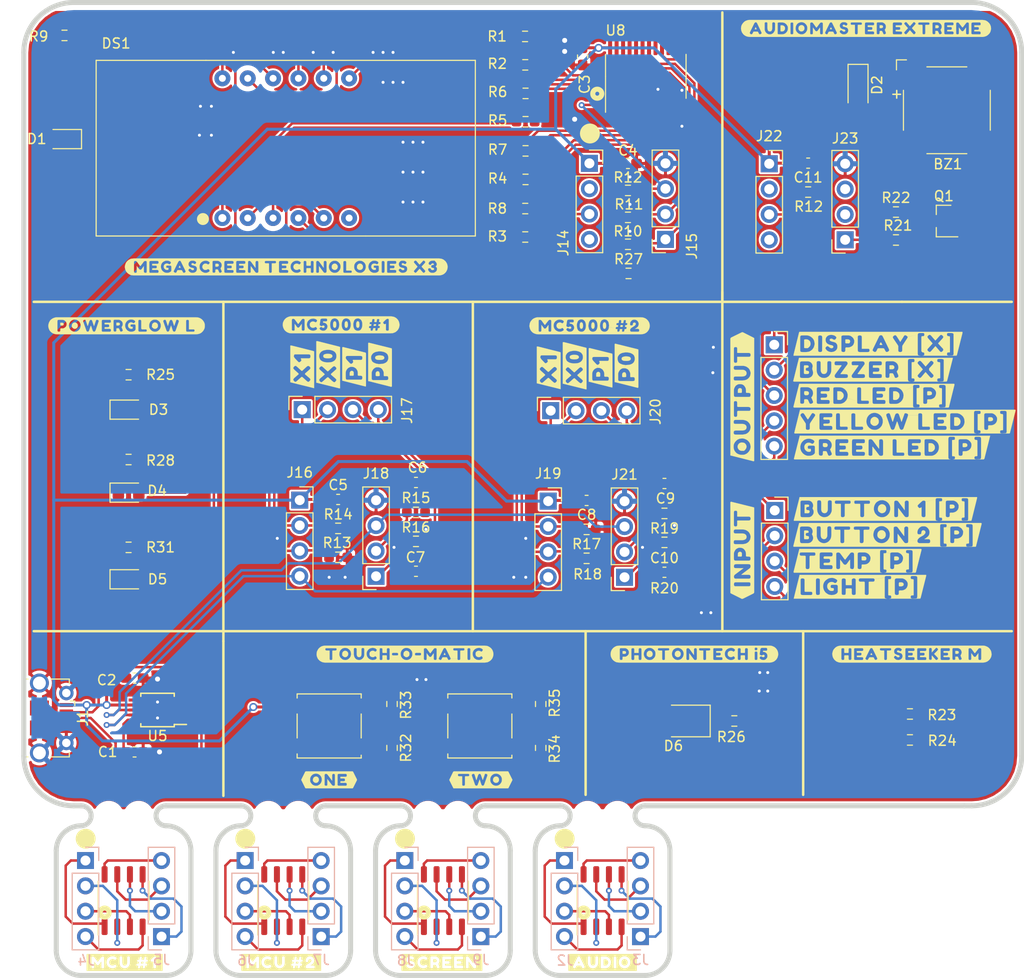
<source format=kicad_pcb>
(kicad_pcb (version 20171130) (host pcbnew "(5.1.9-0-10_14)")
  (layers (0 F.Cu signal) (31 B.Cu signal) (34 B.Paste user) (35 F.Paste user) (36 B.SilkS user) (37 F.SilkS user) (38 B.Mask user) (39 F.Mask user) (44 Edge.Cuts user))
  (net 0 "")
  (net 1 "Net-(J1-Pad3)")
  (net 2 "Net-(J1-Pad4)")
  (net 3 "Net-(J1-Pad2)")
  (net 4 "Net-(J2-Pad4)")
  (net 5 "Net-(J2-Pad3)")
  (net 6 "Net-(J2-Pad2)")
  (net 7 "Net-(J2-Pad1)")
  (net 8 "Net-(J3-Pad4)")
  (net 9 "Net-(J3-Pad3)")
  (net 10 "Net-(J3-Pad2)")
  (net 11 "Net-(J3-Pad1)")
  (net 12 "Net-(J4-Pad4)")
  (net 13 "Net-(J4-Pad3)")
  (net 14 "Net-(J4-Pad2)")
  (net 15 "Net-(J4-Pad1)")
  (net 16 "Net-(J5-Pad4)")
  (net 17 "Net-(J5-Pad3)")
  (net 18 "Net-(J5-Pad2)")
  (net 19 "Net-(J5-Pad1)")
  (net 20 "Net-(J6-Pad4)")
  (net 21 "Net-(J6-Pad3)")
  (net 22 "Net-(J6-Pad2)")
  (net 23 "Net-(J6-Pad1)")
  (net 24 "Net-(J7-Pad4)")
  (net 25 "Net-(J7-Pad3)")
  (net 26 "Net-(J7-Pad2)")
  (net 27 "Net-(J7-Pad1)")
  (net 28 "Net-(J8-Pad4)")
  (net 29 "Net-(J8-Pad3)")
  (net 30 "Net-(J8-Pad2)")
  (net 31 "Net-(J8-Pad1)")
  (net 32 "Net-(J9-Pad4)")
  (net 33 "Net-(J9-Pad3)")
  (net 34 "Net-(J9-Pad2)")
  (net 35 "Net-(J9-Pad1)")
  (net 36 "Net-(DS1-Pad1)")
  (net 37 "Net-(DS1-Pad2)")
  (net 38 "Net-(DS1-Pad5)")
  (net 39 "Net-(DS1-Pad4)")
  (net 40 "Net-(DS1-Pad3)")
  (net 41 "Net-(DS1-Pad12)")
  (net 42 "Net-(DS1-Pad7)")
  (net 43 "Net-(DS1-Pad8)")
  (net 44 "Net-(DS1-Pad9)")
  (net 45 "Net-(DS1-Pad10)")
  (net 46 GND)
  (net 47 VCC)
  (net 48 "Net-(C1-Pad2)")
  (net 49 RXD)
  (net 50 "Net-(U5-Pad5)")
  (net 51 TXD)
  (net 52 "Net-(U5-Pad6)")
  (net 53 "Net-(U5-Pad4)")
  (net 54 "Net-(R1-Pad2)")
  (net 55 "Net-(R2-Pad2)")
  (net 56 "Net-(R3-Pad2)")
  (net 57 "Net-(R4-Pad2)")
  (net 58 "Net-(R5-Pad2)")
  (net 59 "Net-(R6-Pad2)")
  (net 60 "Net-(R7-Pad2)")
  (net 61 "Net-(R8-Pad2)")
  (net 62 "Net-(U8-Pad20)")
  (net 63 "Net-(U8-Pad19)")
  (net 64 "Net-(U8-Pad18)")
  (net 65 "Net-(U8-Pad17)")
  (net 66 "Net-(D1-Pad2)")
  (net 67 "Net-(R9-Pad2)")
  (net 68 "Net-(J14-Pad2)")
  (net 69 "Net-(J15-Pad3)")
  (net 70 "Net-(J15-Pad2)")
  (net 71 "Net-(J14-Pad4)")
  (net 72 "Net-(J15-Pad1)")
  (net 73 "Net-(C6-Pad2)")
  (net 74 "Net-(C7-Pad2)")
  (net 75 "Net-(J16-Pad3)")
  (net 76 "Net-(J16-Pad2)")
  (net 77 "Net-(J18-Pad2)")
  (net 78 "Net-(J18-Pad1)")
  (net 79 "Net-(C9-Pad2)")
  (net 80 "Net-(C10-Pad2)")
  (net 81 "Net-(J19-Pad3)")
  (net 82 "Net-(J19-Pad2)")
  (net 83 "Net-(J21-Pad2)")
  (net 84 "Net-(J21-Pad1)")
  (net 85 "Net-(BZ1-Pad2)")
  (net 86 "Net-(J22-Pad4)")
  (net 87 "Net-(J22-Pad2)")
  (net 88 "Net-(J23-Pad3)")
  (net 89 "Net-(J23-Pad2)")
  (net 90 "Net-(J23-Pad1)")
  (net 91 "Net-(Q1-Pad1)")
  (net 92 LED_RED)
  (net 93 LED_YELLOW)
  (net 94 LED_GREEN)
  (net 95 "Net-(R32-Pad2)")
  (net 96 SWITCH_2)
  (net 97 "Net-(R34-Pad2)")
  (net 98 SWITCH_1)
  (net 99 LIGHT_SENSOR)
  (net 100 DISPLAY)
  (net 101 BUZZER)
  (net 102 TEMP_SENSOR)
  (net 103 "Net-(DS1-Pad11)")
  (net 104 "Net-(D3-Pad1)")
  (net 105 "Net-(D4-Pad1)")
  (net 106 "Net-(D5-Pad1)")
  (module LCSC_parts:SOT-23_rotated (layer F.Cu) (at 142.2 61.9)
    (fp_text reference Q1 (at 0 -2.5) (layer F.SilkS))
    (fp_text value S9013)
    (pad 3 smd rect (at -1 0 180) (size 0.9 0.8) (layers F.Cu F.Paste F.Mask) (net 85 "Net-(BZ1-Pad2)"))
    (pad 2 smd rect (at 1 -0.95 180) (size 0.9 0.8) (layers F.Cu F.Paste F.Mask) (net 46 GND))
    (pad 1 smd rect (at 1 0.95 180) (size 0.9 0.8) (layers F.Cu F.Paste F.Mask) (net 91 "Net-(Q1-Pad1)"))
  )
  (module Package_SO:MSOP-10_3x3mm_P0.5mm (layer F.Cu) (at 63.4 110.9 180)
    (fp_text reference U5 (at 0 -2.6) (layer F.SilkS))
    (fp_text value CH340E)
    (pad 10 smd rect (at 2.2 -1 180) (size 1.4 0.3) (layers F.Cu F.Paste F.Mask) (net 48 "Net-(C1-Pad2)"))
    (pad 9 smd rect (at 2.2 -0.5 180) (size 1.4 0.3) (layers F.Cu F.Paste F.Mask) (net 49 RXD))
    (pad 8 smd rect (at 2.2 0 180) (size 1.4 0.3) (layers F.Cu F.Paste F.Mask) (net 51 TXD))
    (pad 7 smd rect (at 2.2 0.5 180) (size 1.4 0.3) (layers F.Cu F.Paste F.Mask) (net 47 VCC))
    (pad 6 smd rect (at 2.2 1 180) (size 1.4 0.3) (layers F.Cu F.Paste F.Mask) (net 52 "Net-(U5-Pad6)"))
    (pad 5 smd rect (at -2.2 1 180) (size 1.4 0.3) (layers F.Cu F.Paste F.Mask) (net 50 "Net-(U5-Pad5)"))
    (pad 4 smd rect (at -2.2 0.5 180) (size 1.4 0.3) (layers F.Cu F.Paste F.Mask) (net 53 "Net-(U5-Pad4)"))
    (pad 3 smd rect (at -2.2 0 180) (size 1.4 0.3) (layers F.Cu F.Paste F.Mask) (net 46 GND))
    (pad 2 smd rect (at -2.2 -0.5 180) (size 1.4 0.3) (layers F.Cu F.Paste F.Mask) (net 3 "Net-(J1-Pad2)"))
    (pad 1 smd rect (at -2.2 -1 180) (size 1.4 0.3) (layers F.Cu F.Paste F.Mask) (net 1 "Net-(J1-Pad3)"))
  )
  (module LCSC_parts:SLR0523DYA1BD (layer F.Cu) (at 76.25 54.6)
    (fp_text reference DS1 (at -17 -10.5) (layer F.SilkS))
    (fp_text value SLR0523DYA1BD)
    (pad 6 thru_hole circle (at 6.35 7) (size 1.6 1.6) (drill 0.7) (layers *.Cu *.Mask))
    (pad 5 thru_hole circle (at 3.81 7) (size 1.6 1.6) (drill 0.7) (layers *.Cu *.Mask) (net 38 "Net-(DS1-Pad5)"))
    (pad 4 thru_hole circle (at 1.27 7) (size 1.6 1.6) (drill 0.7) (layers *.Cu *.Mask) (net 39 "Net-(DS1-Pad4)"))
    (pad 3 thru_hole circle (at -1.27 7) (size 1.6 1.6) (drill 0.7) (layers *.Cu *.Mask) (net 40 "Net-(DS1-Pad3)"))
    (pad 2 thru_hole circle (at -3.81 7) (size 1.6 1.6) (drill 0.7) (layers *.Cu *.Mask) (net 37 "Net-(DS1-Pad2)"))
    (pad 1 thru_hole circle (at -6.35 7) (size 1.6 1.6) (drill 0.8) (layers *.Cu *.Mask) (net 36 "Net-(DS1-Pad1)"))
    (pad 7 thru_hole circle (at 6.35 -7) (size 1.6 1.6) (drill 0.7) (layers *.Cu *.Mask) (net 42 "Net-(DS1-Pad7)"))
    (pad 8 thru_hole circle (at 3.81 -7) (size 1.6 1.6) (drill 0.7) (layers *.Cu *.Mask) (net 43 "Net-(DS1-Pad8)"))
    (pad 9 thru_hole circle (at 1.27 -7) (size 1.6 1.6) (drill 0.7) (layers *.Cu *.Mask) (net 44 "Net-(DS1-Pad9)"))
    (pad 10 thru_hole circle (at -1.27 -7) (size 1.6 1.6) (drill 0.7) (layers *.Cu *.Mask) (net 45 "Net-(DS1-Pad10)"))
    (pad 11 thru_hole circle (at -3.81 -7) (size 1.6 1.6) (drill 0.7) (layers *.Cu *.Mask) (net 103 "Net-(DS1-Pad11)"))
    (pad 12 thru_hole circle (at -6.35 -7) (size 1.6 1.6) (drill 0.7) (layers *.Cu *.Mask) (net 41 "Net-(DS1-Pad12)"))
  )
  (module Resistor_SMD:R_0603_1608Metric_Pad0.98x0.95mm_HandSolder (layer F.Cu) (at 110.6 67.15)
    (fp_text reference R27 (at 0 -1.43) (layer F.SilkS))
    (fp_text value 1M)
    (pad 2 smd roundrect (at 0.9125 0) (size 0.975 0.95) (layers F.Cu F.Paste F.Mask) (net 46 GND))
    (pad 1 smd roundrect (at -0.9125 0) (size 0.975 0.95) (layers F.Cu F.Paste F.Mask) (net 100 DISPLAY))
  )
  (module Resistor_SMD:R_0603_1608Metric_Pad0.98x0.95mm_HandSolder (layer F.Cu) (at 128.6 59)
    (fp_text reference R12 (at 0.05 1.45) (layer F.SilkS))
    (fp_text value 1M)
    (pad 2 smd roundrect (at 0.9125 0) (size 0.975 0.95) (layers F.Cu F.Paste F.Mask) (net 46 GND))
    (pad 1 smd roundrect (at -0.9125 0) (size 0.975 0.95) (layers F.Cu F.Paste F.Mask) (net 101 BUZZER))
  )
  (module Package_SO:SOP-8_3.9x4.9mm_P1.27mm (layer F.Cu) (at 108 130 90)
    (fp_text reference U1 hide)
    (fp_text value PFS173-S08)
    (pad 8 smd roundrect (at 2.625 -1.905 90) (size 1.65 0.6) (layers F.Cu F.Paste F.Mask) (net 8 "Net-(J3-Pad4)"))
    (pad 7 smd roundrect (at 2.625 -0.635 90) (size 1.65 0.6) (layers F.Cu F.Paste F.Mask) (net 9 "Net-(J3-Pad3)"))
    (pad 6 smd roundrect (at 2.625 0.635 90) (size 1.65 0.6) (layers F.Cu F.Paste F.Mask) (net 10 "Net-(J3-Pad2)"))
    (pad 5 smd roundrect (at 2.625 1.905 90) (size 1.65 0.6) (layers F.Cu F.Paste F.Mask) (net 11 "Net-(J3-Pad1)"))
    (pad 4 smd roundrect (at -2.625 1.905 90) (size 1.65 0.6) (layers F.Cu F.Paste F.Mask) (net 4 "Net-(J2-Pad4)"))
    (pad 3 smd roundrect (at -2.625 0.635 90) (size 1.65 0.6) (layers F.Cu F.Paste F.Mask) (net 5 "Net-(J2-Pad3)"))
    (pad 2 smd roundrect (at -2.625 -0.635 90) (size 1.65 0.6) (layers F.Cu F.Paste F.Mask) (net 6 "Net-(J2-Pad2)"))
    (pad 1 smd roundrect (at -2.625 -1.905 90) (size 1.65 0.6) (layers F.Cu F.Paste F.Mask) (net 7 "Net-(J2-Pad1)"))
  )
  (module Package_SO:SOP-8_3.9x4.9mm_P1.27mm (layer F.Cu) (at 92 130 90)
    (fp_text reference U4 hide)
    (fp_text value PFS173-S08)
    (pad 8 smd roundrect (at 2.625 -1.905 90) (size 1.65 0.6) (layers F.Cu F.Paste F.Mask) (net 32 "Net-(J9-Pad4)"))
    (pad 7 smd roundrect (at 2.625 -0.635 90) (size 1.65 0.6) (layers F.Cu F.Paste F.Mask) (net 33 "Net-(J9-Pad3)"))
    (pad 6 smd roundrect (at 2.625 0.635 90) (size 1.65 0.6) (layers F.Cu F.Paste F.Mask) (net 34 "Net-(J9-Pad2)"))
    (pad 5 smd roundrect (at 2.625 1.905 90) (size 1.65 0.6) (layers F.Cu F.Paste F.Mask) (net 35 "Net-(J9-Pad1)"))
    (pad 4 smd roundrect (at -2.625 1.905 90) (size 1.65 0.6) (layers F.Cu F.Paste F.Mask) (net 28 "Net-(J8-Pad4)"))
    (pad 3 smd roundrect (at -2.625 0.635 90) (size 1.65 0.6) (layers F.Cu F.Paste F.Mask) (net 29 "Net-(J8-Pad3)"))
    (pad 2 smd roundrect (at -2.625 -0.635 90) (size 1.65 0.6) (layers F.Cu F.Paste F.Mask) (net 30 "Net-(J8-Pad2)"))
    (pad 1 smd roundrect (at -2.625 -1.905 90) (size 1.65 0.6) (layers F.Cu F.Paste F.Mask) (net 31 "Net-(J8-Pad1)"))
  )
  (module Package_SO:SOP-8_3.9x4.9mm_P1.27mm (layer F.Cu) (at 76 130 90)
    (fp_text reference U3 hide)
    (fp_text value PFS173-S08)
    (pad 8 smd roundrect (at 2.625 -1.905 90) (size 1.65 0.6) (layers F.Cu F.Paste F.Mask) (net 24 "Net-(J7-Pad4)"))
    (pad 7 smd roundrect (at 2.625 -0.635 90) (size 1.65 0.6) (layers F.Cu F.Paste F.Mask) (net 25 "Net-(J7-Pad3)"))
    (pad 6 smd roundrect (at 2.625 0.635 90) (size 1.65 0.6) (layers F.Cu F.Paste F.Mask) (net 26 "Net-(J7-Pad2)"))
    (pad 5 smd roundrect (at 2.625 1.905 90) (size 1.65 0.6) (layers F.Cu F.Paste F.Mask) (net 27 "Net-(J7-Pad1)"))
    (pad 4 smd roundrect (at -2.625 1.905 90) (size 1.65 0.6) (layers F.Cu F.Paste F.Mask) (net 20 "Net-(J6-Pad4)"))
    (pad 3 smd roundrect (at -2.625 0.635 90) (size 1.65 0.6) (layers F.Cu F.Paste F.Mask) (net 21 "Net-(J6-Pad3)"))
    (pad 2 smd roundrect (at -2.625 -0.635 90) (size 1.65 0.6) (layers F.Cu F.Paste F.Mask) (net 22 "Net-(J6-Pad2)"))
    (pad 1 smd roundrect (at -2.625 -1.905 90) (size 1.65 0.6) (layers F.Cu F.Paste F.Mask) (net 23 "Net-(J6-Pad1)"))
  )
  (module Package_SO:SOP-8_3.9x4.9mm_P1.27mm (layer F.Cu) (at 60 130 90)
    (fp_text reference U2 hide)
    (fp_text value PFS173-S08)
    (pad 8 smd roundrect (at 2.625 -1.905 90) (size 1.65 0.6) (layers F.Cu F.Paste F.Mask) (net 16 "Net-(J5-Pad4)"))
    (pad 7 smd roundrect (at 2.625 -0.635 90) (size 1.65 0.6) (layers F.Cu F.Paste F.Mask) (net 17 "Net-(J5-Pad3)"))
    (pad 6 smd roundrect (at 2.625 0.635 90) (size 1.65 0.6) (layers F.Cu F.Paste F.Mask) (net 18 "Net-(J5-Pad2)"))
    (pad 5 smd roundrect (at 2.625 1.905 90) (size 1.65 0.6) (layers F.Cu F.Paste F.Mask) (net 19 "Net-(J5-Pad1)"))
    (pad 4 smd roundrect (at -2.625 1.905 90) (size 1.65 0.6) (layers F.Cu F.Paste F.Mask) (net 12 "Net-(J4-Pad4)"))
    (pad 3 smd roundrect (at -2.625 0.635 90) (size 1.65 0.6) (layers F.Cu F.Paste F.Mask) (net 13 "Net-(J4-Pad3)"))
    (pad 2 smd roundrect (at -2.625 -0.635 90) (size 1.65 0.6) (layers F.Cu F.Paste F.Mask) (net 14 "Net-(J4-Pad2)"))
    (pad 1 smd roundrect (at -2.625 -1.905 90) (size 1.65 0.6) (layers F.Cu F.Paste F.Mask) (net 15 "Net-(J4-Pad1)"))
  )
  (module Connector_PinSocket_2.54mm:PinSocket_1x05_P2.54mm_Vertical (layer F.Cu) (at 125.2 74.3)
    (fp_text reference J25 hide)
    (fp_text value Conn_01x05_Female hide)
    (pad 5 thru_hole oval (at 0 10.16) (size 1.7 1.7) (drill 1) (layers *.Cu *.Mask) (net 94 LED_GREEN))
    (pad 4 thru_hole oval (at 0 7.62) (size 1.7 1.7) (drill 1) (layers *.Cu *.Mask) (net 93 LED_YELLOW))
    (pad 3 thru_hole oval (at 0 5.08) (size 1.7 1.7) (drill 1) (layers *.Cu *.Mask) (net 92 LED_RED))
    (pad 2 thru_hole oval (at 0 2.54) (size 1.7 1.7) (drill 1) (layers *.Cu *.Mask) (net 101 BUZZER))
    (pad 1 thru_hole rect (at 0 0) (size 1.7 1.7) (drill 1) (layers *.Cu *.Mask) (net 100 DISPLAY))
  )
  (module Connector_PinSocket_2.54mm:PinSocket_1x04_P2.54mm_Vertical (layer F.Cu) (at 125.25 90.9)
    (fp_text reference J24 hide)
    (fp_text value Conn_01x04_Female hide)
    (pad 4 thru_hole oval (at 0 7.62) (size 1.7 1.7) (drill 1) (layers *.Cu *.Mask) (net 99 LIGHT_SENSOR))
    (pad 3 thru_hole oval (at 0 5.08) (size 1.7 1.7) (drill 1) (layers *.Cu *.Mask) (net 102 TEMP_SENSOR))
    (pad 2 thru_hole oval (at 0 2.54) (size 1.7 1.7) (drill 1) (layers *.Cu *.Mask) (net 96 SWITCH_2))
    (pad 1 thru_hole rect (at 0 0) (size 1.7 1.7) (drill 1) (layers *.Cu *.Mask) (net 98 SWITCH_1))
  )
  (module Resistor_SMD:R_0603_1608Metric_Pad0.98x0.95mm_HandSolder (layer F.Cu) (at 121.2 112 180)
    (fp_text reference R26 (at 0.3 -1.6) (layer F.SilkS))
    (fp_text value 10K)
    (pad 2 smd roundrect (at 0.9125 0 180) (size 0.975 0.95) (layers F.Cu F.Paste F.Mask) (net 99 LIGHT_SENSOR))
    (pad 1 smd roundrect (at -0.9125 0 180) (size 0.975 0.95) (layers F.Cu F.Paste F.Mask) (net 46 GND))
  )
  (module Resistor_SMD:R_0603_1608Metric_Pad0.98x0.95mm_HandSolder (layer F.Cu) (at 138.8 113.9)
    (fp_text reference R24 (at 3.23 0.08) (layer F.SilkS))
    (fp_text value "NTC - 100k")
    (pad 2 smd roundrect (at 0.9125 0) (size 0.975 0.95) (layers F.Cu F.Paste F.Mask) (net 102 TEMP_SENSOR))
    (pad 1 smd roundrect (at -0.9125 0) (size 0.975 0.95) (layers F.Cu F.Paste F.Mask) (net 47 VCC))
  )
  (module Resistor_SMD:R_0603_1608Metric_Pad0.98x0.95mm_HandSolder (layer F.Cu) (at 138.8 111.3 180)
    (fp_text reference R23 (at -3.2 -0.1) (layer F.SilkS))
    (fp_text value 100K)
    (pad 2 smd roundrect (at 0.9125 0 180) (size 0.975 0.95) (layers F.Cu F.Paste F.Mask) (net 46 GND))
    (pad 1 smd roundrect (at -0.9125 0 180) (size 0.975 0.95) (layers F.Cu F.Paste F.Mask) (net 102 TEMP_SENSOR))
  )
  (module LED_SMD:LED_1210_3225Metric (layer F.Cu) (at 116.5 112 180)
    (fp_text reference D6 (at 1.4 -2.5) (layer F.SilkS))
    (fp_text value SMD3528C-50)
    (pad 2 smd roundrect (at 1.4 0 180) (size 1.25 2.65) (layers F.Cu F.Paste F.Mask) (roundrect_rratio 0.2) (net 47 VCC))
    (pad 1 smd roundrect (at -1.4 0 180) (size 1.25 2.65) (layers F.Cu F.Paste F.Mask) (roundrect_rratio 0.2) (net 99 LIGHT_SENSOR))
  )
  (module buzzard_labels (layer F.Cu) (at 139 105.3)
    (fp_text reference "" (at 0 0) (layer F.SilkS) (effects (font (size 1.27 1.27))))
    (fp_text value "" (at 0 0) (layer F.SilkS) (effects (font (size 1.27 1.27))))
  )
  (module buzzard_labels (layer F.Cu) (at 117.2 105.3)
    (fp_text reference "" (at 0 0) (layer F.SilkS) (effects (font (size 1.27 1.27))))
    (fp_text value "" (at 0 0) (layer F.SilkS) (effects (font (size 1.27 1.27))))
  )
  (module buzzard_labels (layer F.Cu) (at 138.3 82)
    (fp_text reference "" (at 0 0) (layer F.SilkS) (effects (font (size 1.27 1.27))))
    (fp_text value "" (at 0 0) (layer F.SilkS) (effects (font (size 1.27 1.27))))
  )
  (module buzzard_labels (layer F.Cu) (at 137 84.6)
    (fp_text reference "" (at 0 0) (layer F.SilkS) (effects (font (size 1.27 1.27))))
    (fp_text value "" (at 0 0) (layer F.SilkS) (effects (font (size 1.27 1.27))))
  )
  (module buzzard_labels (layer F.Cu) (at 135.2 79.4)
    (fp_text reference "" (at 0 0) (layer F.SilkS) (effects (font (size 1.27 1.27))))
    (fp_text value "" (at 0 0) (layer F.SilkS) (effects (font (size 1.27 1.27))))
  )
  (module buzzard_labels (layer F.Cu) (at 135.1 76.8)
    (fp_text reference "" (at 0 0) (layer F.SilkS) (effects (font (size 1.27 1.27))))
    (fp_text value "" (at 0 0) (layer F.SilkS) (effects (font (size 1.27 1.27))))
  )
  (module buzzard_labels (layer F.Cu) (at 135.6 74.2)
    (fp_text reference "" (at 0 0) (layer F.SilkS) (effects (font (size 1.27 1.27))))
    (fp_text value "" (at 0 0) (layer F.SilkS) (effects (font (size 1.27 1.27))))
  )
  (module buzzard_labels (layer F.Cu) (at 133.55 95.95)
    (fp_text reference "" (at 0 0) (layer F.SilkS) (effects (font (size 1.27 1.27))))
    (fp_text value "" (at 0 0) (layer F.SilkS) (effects (font (size 1.27 1.27))))
  )
  (module buzzard_labels (layer F.Cu) (at 133.8 98.55)
    (fp_text reference "" (at 0 0) (layer F.SilkS) (effects (font (size 1.27 1.27))))
    (fp_text value "" (at 0 0) (layer F.SilkS) (effects (font (size 1.27 1.27))))
  )
  (module buzzard_labels (layer F.Cu) (at 122 79.8 90)
    (fp_text reference "" (at 0 0 90) (layer F.SilkS) (effects (font (size 1.27 1.27))))
    (fp_text value "" (at 0 0 90) (layer F.SilkS) (effects (font (size 1.27 1.27))))
  )
  (module buzzard_labels (layer F.Cu) (at 122 94.6 90)
    (fp_text reference "" (at 0 0 90) (layer F.SilkS) (effects (font (size 1.27 1.27))))
    (fp_text value "" (at 0 0 90) (layer F.SilkS) (effects (font (size 1.27 1.27))))
  )
  (module buzzard_labels (layer F.Cu) (at 136.55 93.35)
    (fp_text reference "" (at 0 0) (layer F.SilkS) (effects (font (size 1.27 1.27))))
    (fp_text value "" (at 0 0) (layer F.SilkS) (effects (font (size 1.27 1.27))))
  )
  (module buzzard_labels (layer F.Cu) (at 136.35 90.75)
    (fp_text reference "" (at 0 0) (layer F.SilkS) (effects (font (size 1.27 1.27))))
    (fp_text value "" (at 0 0) (layer F.SilkS) (effects (font (size 1.27 1.27))))
  )
  (module buzzard_labels (layer F.Cu) (at 91.9 136.2)
    (fp_text reference "" (at 0 0) (layer F.SilkS) (effects (font (size 1.27 1.27))))
    (fp_text value "" (at 0 0) (layer F.SilkS) (effects (font (size 1.27 1.27))))
  )
  (module buzzard_labels (layer F.Cu) (at 108 136.2)
    (fp_text reference "" (at 0 0) (layer F.SilkS) (effects (font (size 1.27 1.27))))
    (fp_text value "" (at 0 0) (layer F.SilkS) (effects (font (size 1.27 1.27))))
  )
  (module buzzard_labels (layer F.Cu) (at 106.7 72.4)
    (fp_text reference "" (at 0 0) (layer F.SilkS) (effects (font (size 1.27 1.27))))
    (fp_text value "" (at 0 0) (layer F.SilkS) (effects (font (size 1.27 1.27))))
  )
  (module buzzard_labels (layer F.Cu) (at 81.8 72.3)
    (fp_text reference "" (at 0 0) (layer F.SilkS) (effects (font (size 1.27 1.27))))
    (fp_text value "" (at 0 0) (layer F.SilkS) (effects (font (size 1.27 1.27))))
  )
  (module buzzard_labels (layer F.Cu) (at 95.8 117.9)
    (fp_text reference "" (at 0 0) (layer F.SilkS) (effects (font (size 1.27 1.27))))
    (fp_text value "" (at 0 0) (layer F.SilkS) (effects (font (size 1.27 1.27))))
  )
  (module buzzard_labels (layer F.Cu) (at 80.6 117.9)
    (fp_text reference "" (at 0 0) (layer F.SilkS) (effects (font (size 1.27 1.27))))
    (fp_text value "" (at 0 0) (layer F.SilkS) (effects (font (size 1.27 1.27))))
  )
  (module buzzard_labels (layer F.Cu) (at 88.2 105.3)
    (fp_text reference "" (at 0 0) (layer F.SilkS) (effects (font (size 1.27 1.27))))
    (fp_text value "" (at 0 0) (layer F.SilkS) (effects (font (size 1.27 1.27))))
  )
  (module Resistor_SMD:R_0603_1608Metric_Pad0.98x0.95mm_HandSolder (layer F.Cu) (at 60.5 94.6)
    (fp_text reference R31 (at 3.2 0) (layer F.SilkS))
    (fp_text value 120R)
    (pad 2 smd roundrect (at 0.9125 0) (size 0.975 0.95) (layers F.Cu F.Paste F.Mask) (net 46 GND))
    (pad 1 smd roundrect (at -0.9125 0) (size 0.975 0.95) (layers F.Cu F.Paste F.Mask) (net 106 "Net-(D5-Pad1)"))
  )
  (module Resistor_SMD:R_0603_1608Metric_Pad0.98x0.95mm_HandSolder (layer F.Cu) (at 60.5 85.8)
    (fp_text reference R28 (at 3.2 0.1) (layer F.SilkS))
    (fp_text value 220R)
    (pad 2 smd roundrect (at 0.9125 0) (size 0.975 0.95) (layers F.Cu F.Paste F.Mask) (net 46 GND))
    (pad 1 smd roundrect (at -0.9125 0) (size 0.975 0.95) (layers F.Cu F.Paste F.Mask) (net 105 "Net-(D4-Pad1)"))
  )
  (module Resistor_SMD:R_0603_1608Metric_Pad0.98x0.95mm_HandSolder (layer F.Cu) (at 60.5 77.3)
    (fp_text reference R25 (at 3.2 0) (layer F.SilkS))
    (fp_text value 220R)
    (pad 2 smd roundrect (at 0.9125 0) (size 0.975 0.95) (layers F.Cu F.Paste F.Mask) (net 46 GND))
    (pad 1 smd roundrect (at -0.9125 0) (size 0.975 0.95) (layers F.Cu F.Paste F.Mask) (net 104 "Net-(D3-Pad1)"))
  )
  (module Resistor_SMD:R_0603_1608Metric_Pad0.98x0.95mm_HandSolder (layer F.Cu) (at 137.4 61)
    (fp_text reference R22 (at 0 -1.43) (layer F.SilkS))
    (fp_text value 100K)
    (pad 2 smd roundrect (at 0.9125 0) (size 0.975 0.95) (layers F.Cu F.Paste F.Mask) (net 91 "Net-(Q1-Pad1)"))
    (pad 1 smd roundrect (at -0.9125 0) (size 0.975 0.95) (layers F.Cu F.Paste F.Mask) (net 46 GND))
  )
  (module Resistor_SMD:R_0603_1608Metric_Pad0.98x0.95mm_HandSolder (layer F.Cu) (at 137.4 63.8 180)
    (fp_text reference R21 (at -0.2 1.45) (layer F.SilkS))
    (fp_text value 220R)
    (pad 2 smd roundrect (at 0.9125 0 180) (size 0.975 0.95) (layers F.Cu F.Paste F.Mask) (net 90 "Net-(J23-Pad1)"))
    (pad 1 smd roundrect (at -0.9125 0 180) (size 0.975 0.95) (layers F.Cu F.Paste F.Mask) (net 91 "Net-(Q1-Pad1)"))
  )
  (module buzzard_labels (layer F.Cu) (at 60.3 72.4)
    (fp_text reference "" (at 0 0) (layer F.SilkS) (effects (font (size 1.27 1.27))))
    (fp_text value "" (at 0 0) (layer F.SilkS) (effects (font (size 1.27 1.27))))
  )
  (module Button_Switch_SMD:SW_Push_1P1T_NO_CK_KSC6xxJ (layer F.Cu) (at 95.7 112.5)
    (fp_text reference SW2 hide)
    (fp_text value SW_MEC_5E)
    (pad 2 smd rect (at 2.9 2) (size 2.8 1) (layers F.Cu F.Paste F.Mask) (net 97 "Net-(R34-Pad2)"))
    (pad 2 smd rect (at -2.9 2) (size 2.8 1) (layers F.Cu F.Paste F.Mask) (net 97 "Net-(R34-Pad2)"))
    (pad 1 smd rect (at 2.9 -2) (size 2.8 1) (layers F.Cu F.Paste F.Mask) (net 47 VCC))
    (pad 1 smd rect (at -2.9 -2) (size 2.8 1) (layers F.Cu F.Paste F.Mask) (net 47 VCC))
  )
  (module Resistor_SMD:R_0603_1608Metric_Pad0.98x0.95mm_HandSolder (layer F.Cu) (at 101.8 110.3 270)
    (fp_text reference R35 (at -0.1 -1.4 90) (layer F.SilkS))
    (fp_text value 220R)
    (pad 2 smd roundrect (at 0.9125 0 270) (size 0.975 0.95) (layers F.Cu F.Paste F.Mask) (net 97 "Net-(R34-Pad2)"))
    (pad 1 smd roundrect (at -0.9125 0 270) (size 0.975 0.95) (layers F.Cu F.Paste F.Mask) (net 96 SWITCH_2))
  )
  (module Resistor_SMD:R_0603_1608Metric_Pad0.98x0.95mm_HandSolder (layer F.Cu) (at 101.8 114.7 90)
    (fp_text reference R34 (at -0.1 1.4 90) (layer F.SilkS))
    (fp_text value 100K)
    (pad 2 smd roundrect (at 0.9125 0 90) (size 0.975 0.95) (layers F.Cu F.Paste F.Mask) (net 97 "Net-(R34-Pad2)"))
    (pad 1 smd roundrect (at -0.9125 0 90) (size 0.975 0.95) (layers F.Cu F.Paste F.Mask) (net 46 GND))
  )
  (module Resistor_SMD:R_0603_1608Metric_Pad0.98x0.95mm_HandSolder (layer F.Cu) (at 86.9 110.3 270)
    (fp_text reference R33 (at 0.1 -1.4 90) (layer F.SilkS))
    (fp_text value 220R)
    (pad 2 smd roundrect (at 0.9125 0 270) (size 0.975 0.95) (layers F.Cu F.Paste F.Mask) (net 95 "Net-(R32-Pad2)"))
    (pad 1 smd roundrect (at -0.9125 0 270) (size 0.975 0.95) (layers F.Cu F.Paste F.Mask) (net 98 SWITCH_1))
  )
  (module Resistor_SMD:R_0603_1608Metric_Pad0.98x0.95mm_HandSolder (layer F.Cu) (at 86.9 114.7 90)
    (fp_text reference R32 (at 0 1.4 90) (layer F.SilkS))
    (fp_text value 100K)
    (pad 2 smd roundrect (at 0.9125 0 90) (size 0.975 0.95) (layers F.Cu F.Paste F.Mask) (net 95 "Net-(R32-Pad2)"))
    (pad 1 smd roundrect (at -0.9125 0 90) (size 0.975 0.95) (layers F.Cu F.Paste F.Mask) (net 46 GND))
  )
  (module Button_Switch_SMD:SW_Push_1P1T_NO_CK_KSC6xxJ (layer F.Cu) (at 80.6 112.5)
    (fp_text reference SW1 hide)
    (fp_text value SW_MEC_5E)
    (pad 2 smd rect (at 2.9 2) (size 2.8 1) (layers F.Cu F.Paste F.Mask) (net 95 "Net-(R32-Pad2)"))
    (pad 2 smd rect (at -2.9 2) (size 2.8 1) (layers F.Cu F.Paste F.Mask) (net 95 "Net-(R32-Pad2)"))
    (pad 1 smd rect (at 2.9 -2) (size 2.8 1) (layers F.Cu F.Paste F.Mask) (net 47 VCC))
    (pad 1 smd rect (at -2.9 -2) (size 2.8 1) (layers F.Cu F.Paste F.Mask) (net 47 VCC))
  )
  (module buzzard_labels (layer F.Cu) (at 134.4 42.6)
    (fp_text reference "" (at 0 0) (layer F.SilkS) (effects (font (size 1.27 1.27))))
    (fp_text value "" (at 0 0) (layer F.SilkS) (effects (font (size 1.27 1.27))))
  )
  (module Diode_SMD:D_SOD-123F (layer F.Cu) (at 133.6 48.4 270)
    (fp_text reference D2 (at -0.127 -1.905 90) (layer F.SilkS))
    (fp_text value D)
    (pad 2 smd rect (at 1.4 0 270) (size 1.1 1.1) (layers F.Cu F.Paste F.Mask) (net 85 "Net-(BZ1-Pad2)"))
    (pad 1 smd rect (at -1.4 0 270) (size 1.1 1.1) (layers F.Cu F.Paste F.Mask) (net 47 VCC))
  )
  (module LED_SMD:LED_0805_2012Metric_Pad1.15x1.40mm_HandSolder (layer F.Cu) (at 60.5 97.8)
    (fp_text reference D5 (at 2.9 0) (layer F.SilkS))
    (fp_text value LED)
    (pad 2 smd roundrect (at 1.025 0) (size 1.15 1.4) (layers F.Cu F.Paste F.Mask) (roundrect_rratio 0.2173904347826087) (net 94 LED_GREEN))
    (pad 1 smd roundrect (at -1.025 0) (size 1.15 1.4) (layers F.Cu F.Paste F.Mask) (roundrect_rratio 0.2173904347826087) (net 106 "Net-(D5-Pad1)"))
  )
  (module LED_SMD:LED_0805_2012Metric_Pad1.15x1.40mm_HandSolder (layer F.Cu) (at 60.5 89.12)
    (fp_text reference D4 (at 2.86 -0.18) (layer F.SilkS))
    (fp_text value LED)
    (pad 2 smd roundrect (at 1.025 0) (size 1.15 1.4) (layers F.Cu F.Paste F.Mask) (roundrect_rratio 0.2173904347826087) (net 93 LED_YELLOW))
    (pad 1 smd roundrect (at -1.025 0) (size 1.15 1.4) (layers F.Cu F.Paste F.Mask) (roundrect_rratio 0.2173904347826087) (net 105 "Net-(D4-Pad1)"))
  )
  (module LED_SMD:LED_0805_2012Metric_Pad1.15x1.40mm_HandSolder (layer F.Cu) (at 60.5 80.8)
    (fp_text reference D3 (at 3 0) (layer F.SilkS))
    (fp_text value LED)
    (pad 2 smd roundrect (at 1.025 0) (size 1.15 1.4) (layers F.Cu F.Paste F.Mask) (roundrect_rratio 0.2173904347826087) (net 92 LED_RED))
    (pad 1 smd roundrect (at -1.025 0) (size 1.15 1.4) (layers F.Cu F.Paste F.Mask) (roundrect_rratio 0.2173904347826087) (net 104 "Net-(D3-Pad1)"))
  )
  (module Connector_PinSocket_2.54mm:PinSocket_1x04_P2.54mm_Vertical (layer F.Cu) (at 132.31 63.78 180)
    (fp_text reference J23 (at 0 10.16) (layer F.SilkS))
    (fp_text value Conn_01x04_Female hide)
    (pad 4 thru_hole oval (at 0 7.62 180) (size 1.7 1.7) (drill 1) (layers *.Cu *.Mask) (net 46 GND))
    (pad 3 thru_hole oval (at 0 5.08 180) (size 1.7 1.7) (drill 1) (layers *.Cu *.Mask) (net 88 "Net-(J23-Pad3)"))
    (pad 2 thru_hole oval (at 0 2.54 180) (size 1.7 1.7) (drill 1) (layers *.Cu *.Mask) (net 89 "Net-(J23-Pad2)"))
    (pad 1 thru_hole rect (at 0 0 180) (size 1.7 1.7) (drill 1) (layers *.Cu *.Mask) (net 90 "Net-(J23-Pad1)"))
  )
  (module Connector_PinSocket_2.54mm:PinSocket_1x04_P2.54mm_Vertical (layer F.Cu) (at 124.7 56.16)
    (fp_text reference J22 (at 0 -2.77) (layer F.SilkS))
    (fp_text value Conn_01x04_Female hide)
    (pad 4 thru_hole oval (at 0 7.62) (size 1.7 1.7) (drill 1) (layers *.Cu *.Mask) (net 86 "Net-(J22-Pad4)"))
    (pad 3 thru_hole oval (at 0 5.08) (size 1.7 1.7) (drill 1) (layers *.Cu *.Mask) (net 101 BUZZER))
    (pad 2 thru_hole oval (at 0 2.54) (size 1.7 1.7) (drill 1) (layers *.Cu *.Mask) (net 87 "Net-(J22-Pad2)"))
    (pad 1 thru_hole rect (at 0 0) (size 1.7 1.7) (drill 1) (layers *.Cu *.Mask) (net 47 VCC))
  )
  (module Capacitor_SMD:C_0603_1608Metric_Pad1.08x0.95mm_HandSolder (layer F.Cu) (at 128.6 56.1 180)
    (fp_text reference C11 (at 0 -1.43) (layer F.SilkS))
    (fp_text value 0.1uF)
    (pad 2 smd roundrect (at 0.8625 0 180) (size 1.075 0.95) (layers F.Cu F.Paste F.Mask) (net 47 VCC))
    (pad 1 smd roundrect (at -0.8625 0 180) (size 1.075 0.95) (layers F.Cu F.Paste F.Mask) (net 46 GND))
  )
  (module Buzzer_Beeper:MagneticBuzzer_CUI_CMT-8504-100-SMT (layer F.Cu) (at 142.5 50.8)
    (fp_text reference BZ1 (at 0.1 5.4) (layer F.SilkS))
    (fp_text value MLT-7525)
    (fp_text user + (at -5.1 -1.6 270) (layer F.SilkS))
    (pad 1 smd rect (at -3.5 -3.5 270) (size 2.5 2.5) (layers F.Cu F.Paste F.Mask) (net 47 VCC))
    (pad 2 smd rect (at -3.5 3.5 270) (size 2.5 2.5) (layers F.Cu F.Paste F.Mask) (net 85 "Net-(BZ1-Pad2)"))
    (pad 3 smd rect (at 3.5 3.5 270) (size 2.5 2.5) (layers F.Cu F.Paste F.Mask))
    (pad 4 smd rect (at 3.5 -3.5 270) (size 2.5 2.5) (layers F.Cu F.Paste F.Mask))
  )
  (module buzzard_labels (layer F.Cu) (at 110.4 76.4 90)
    (fp_text reference "" (at 0 0 90) (layer F.SilkS) (effects (font (size 1.27 1.27))))
    (fp_text value "" (at 0 0 90) (layer F.SilkS) (effects (font (size 1.27 1.27))))
  )
  (module buzzard_labels (layer F.Cu) (at 105.2 76.4 90)
    (fp_text reference "" (at 0 0 90) (layer F.SilkS) (effects (font (size 1.27 1.27))))
    (fp_text value "" (at 0 0 90) (layer F.SilkS) (effects (font (size 1.27 1.27))))
  )
  (module buzzard_labels (layer F.Cu) (at 102.6 76.6 90)
    (fp_text reference "" (at 0 0 90) (layer F.SilkS) (effects (font (size 1.27 1.27))))
    (fp_text value "" (at 0 0 90) (layer F.SilkS) (effects (font (size 1.27 1.27))))
  )
  (module buzzard_labels (layer F.Cu) (at 107.8 76.6 90)
    (fp_text reference "" (at 0 0 90) (layer F.SilkS) (effects (font (size 1.27 1.27))))
    (fp_text value "" (at 0 0 90) (layer F.SilkS) (effects (font (size 1.27 1.27))))
  )
  (module Resistor_SMD:R_0603_1608Metric_Pad0.98x0.95mm_HandSolder (layer F.Cu) (at 114.2 94.1 180)
    (fp_text reference R20 (at 0 -4.6) (layer F.SilkS))
    (fp_text value 2K2)
    (pad 2 smd roundrect (at 0.9125 0 180) (size 0.975 0.95) (layers F.Cu F.Paste F.Mask) (net 84 "Net-(J21-Pad1)"))
    (pad 1 smd roundrect (at -0.9125 0 180) (size 0.975 0.95) (layers F.Cu F.Paste F.Mask) (net 80 "Net-(C10-Pad2)"))
  )
  (module Resistor_SMD:R_0603_1608Metric_Pad0.98x0.95mm_HandSolder (layer F.Cu) (at 114.2 91.2)
    (fp_text reference R19 (at 0 1.5) (layer F.SilkS))
    (fp_text value 2K2)
    (pad 2 smd roundrect (at 0.9125 0) (size 0.975 0.95) (layers F.Cu F.Paste F.Mask) (net 79 "Net-(C9-Pad2)"))
    (pad 1 smd roundrect (at -0.9125 0) (size 0.975 0.95) (layers F.Cu F.Paste F.Mask) (net 83 "Net-(J21-Pad2)"))
  )
  (module Resistor_SMD:R_0603_1608Metric_Pad0.98x0.95mm_HandSolder (layer F.Cu) (at 106.4 92.8 180)
    (fp_text reference R18 (at -0.1 -4.5) (layer F.SilkS))
    (fp_text value 1M)
    (pad 2 smd roundrect (at 0.9125 0 180) (size 0.975 0.95) (layers F.Cu F.Paste F.Mask) (net 82 "Net-(J19-Pad2)"))
    (pad 1 smd roundrect (at -0.9125 0 180) (size 0.975 0.95) (layers F.Cu F.Paste F.Mask) (net 46 GND))
  )
  (module Resistor_SMD:R_0603_1608Metric_Pad0.98x0.95mm_HandSolder (layer F.Cu) (at 106.4 95.7)
    (fp_text reference R17 (at 0 -1.43) (layer F.SilkS))
    (fp_text value 1M)
    (pad 2 smd roundrect (at 0.9125 0) (size 0.975 0.95) (layers F.Cu F.Paste F.Mask) (net 46 GND))
    (pad 1 smd roundrect (at -0.9125 0) (size 0.975 0.95) (layers F.Cu F.Paste F.Mask) (net 81 "Net-(J19-Pad3)"))
  )
  (module Connector_PinSocket_2.54mm:PinSocket_1x04_P2.54mm_Vertical (layer F.Cu) (at 110.2 97.6 180)
    (fp_text reference J21 (at 0 10.3) (layer F.SilkS))
    (fp_text value Conn_01x04_Female hide)
    (pad 4 thru_hole oval (at 0 7.62 180) (size 1.7 1.7) (drill 1) (layers *.Cu *.Mask) (net 46 GND))
    (pad 3 thru_hole oval (at 0 5.08 180) (size 1.7 1.7) (drill 1) (layers *.Cu *.Mask) (net 51 TXD))
    (pad 2 thru_hole oval (at 0 2.54 180) (size 1.7 1.7) (drill 1) (layers *.Cu *.Mask) (net 83 "Net-(J21-Pad2)"))
    (pad 1 thru_hole rect (at 0 0 180) (size 1.7 1.7) (drill 1) (layers *.Cu *.Mask) (net 84 "Net-(J21-Pad1)"))
  )
  (module Connector_PinSocket_2.54mm:PinSocket_1x04_P2.54mm_Vertical (layer F.Cu) (at 102.8 80.9 90)
    (fp_text reference J20 (at -0.1 10.5 90) (layer F.SilkS))
    (fp_text value Conn_01x04_Female hide)
    (pad 4 thru_hole oval (at 0 7.62 90) (size 1.7 1.7) (drill 1) (layers *.Cu *.Mask) (net 80 "Net-(C10-Pad2)"))
    (pad 3 thru_hole oval (at 0 5.08 90) (size 1.7 1.7) (drill 1) (layers *.Cu *.Mask) (net 79 "Net-(C9-Pad2)"))
    (pad 2 thru_hole oval (at 0 2.54 90) (size 1.7 1.7) (drill 1) (layers *.Cu *.Mask) (net 82 "Net-(J19-Pad2)"))
    (pad 1 thru_hole rect (at 0 0 90) (size 1.7 1.7) (drill 1) (layers *.Cu *.Mask) (net 81 "Net-(J19-Pad3)"))
  )
  (module Connector_PinSocket_2.54mm:PinSocket_1x04_P2.54mm_Vertical (layer F.Cu) (at 102.55 89.97)
    (fp_text reference J19 (at 0 -2.77) (layer F.SilkS))
    (fp_text value Conn_01x04_Female hide)
    (pad 4 thru_hole oval (at 0 7.62) (size 1.7 1.7) (drill 1) (layers *.Cu *.Mask) (net 49 RXD))
    (pad 3 thru_hole oval (at 0 5.08) (size 1.7 1.7) (drill 1) (layers *.Cu *.Mask) (net 81 "Net-(J19-Pad3)"))
    (pad 2 thru_hole oval (at 0 2.54) (size 1.7 1.7) (drill 1) (layers *.Cu *.Mask) (net 82 "Net-(J19-Pad2)"))
    (pad 1 thru_hole rect (at 0 0) (size 1.7 1.7) (drill 1) (layers *.Cu *.Mask) (net 47 VCC))
  )
  (module Capacitor_SMD:C_0603_1608Metric_Pad1.08x0.95mm_HandSolder (layer F.Cu) (at 114.2 97.1)
    (fp_text reference C10 (at 0 -1.43) (layer F.SilkS))
    (fp_text value 0.1uF)
    (pad 2 smd roundrect (at 0.8625 0) (size 1.075 0.95) (layers F.Cu F.Paste F.Mask) (net 80 "Net-(C10-Pad2)"))
    (pad 1 smd roundrect (at -0.8625 0) (size 1.075 0.95) (layers F.Cu F.Paste F.Mask) (net 46 GND))
  )
  (module Capacitor_SMD:C_0603_1608Metric_Pad1.08x0.95mm_HandSolder (layer F.Cu) (at 114.2 88.2)
    (fp_text reference C9 (at 0.1 1.5) (layer F.SilkS))
    (fp_text value 0.1uF)
    (pad 2 smd roundrect (at 0.8625 0) (size 1.075 0.95) (layers F.Cu F.Paste F.Mask) (net 79 "Net-(C9-Pad2)"))
    (pad 1 smd roundrect (at -0.8625 0) (size 1.075 0.95) (layers F.Cu F.Paste F.Mask) (net 46 GND))
  )
  (module Capacitor_SMD:C_0603_1608Metric_Pad1.08x0.95mm_HandSolder (layer F.Cu) (at 106.4 89.9 180)
    (fp_text reference C8 (at 0 -1.43) (layer F.SilkS))
    (fp_text value 0.1uF)
    (pad 2 smd roundrect (at 0.8625 0 180) (size 1.075 0.95) (layers F.Cu F.Paste F.Mask) (net 47 VCC))
    (pad 1 smd roundrect (at -0.8625 0 180) (size 1.075 0.95) (layers F.Cu F.Paste F.Mask) (net 46 GND))
  )
  (module buzzard_labels (layer F.Cu) (at 76.3 66.5)
    (fp_text reference "" (at 0 0) (layer F.SilkS) (effects (font (size 1.27 1.27))))
    (fp_text value "" (at 0 0) (layer F.SilkS) (effects (font (size 1.27 1.27))))
  )
  (module buzzard_labels (layer F.Cu) (at 75.8 136.2)
    (fp_text reference "" (at 0 0) (layer F.SilkS) (effects (font (size 1.27 1.27))))
    (fp_text value "" (at 0 0) (layer F.SilkS) (effects (font (size 1.27 1.27))))
  )
  (module buzzard_labels (layer F.Cu) (at 60.1 136.2)
    (fp_text reference "" (at 0 0) (layer F.SilkS) (effects (font (size 1.27 1.27))))
    (fp_text value "" (at 0 0) (layer F.SilkS) (effects (font (size 1.27 1.27))))
  )
  (module buzzard_labels (layer F.Cu) (at 85.7 76.3 90)
    (fp_text reference "" (at 0 0 90) (layer F.SilkS) (effects (font (size 1.27 1.27))))
    (fp_text value "" (at 0 0 90) (layer F.SilkS) (effects (font (size 1.27 1.27))))
  )
  (module buzzard_labels (layer F.Cu) (at 83.1 76.5 90)
    (fp_text reference "" (at 0 0 90) (layer F.SilkS) (effects (font (size 1.27 1.27))))
    (fp_text value "" (at 0 0 90) (layer F.SilkS) (effects (font (size 1.27 1.27))))
  )
  (module buzzard_labels (layer F.Cu) (at 80.5 76.3 90)
    (fp_text reference "" (at 0 0 90) (layer F.SilkS) (effects (font (size 1.27 1.27))))
    (fp_text value "" (at 0 0 90) (layer F.SilkS) (effects (font (size 1.27 1.27))))
  )
  (module buzzard_labels (layer F.Cu) (at 77.9 76.5 90)
    (fp_text reference "" (at 0 0 90) (layer F.SilkS) (effects (font (size 1.27 1.27))))
    (fp_text value "" (at 0 0 90) (layer F.SilkS) (effects (font (size 1.27 1.27))))
  )
  (module Resistor_SMD:R_0603_1608Metric_Pad0.98x0.95mm_HandSolder (layer F.Cu) (at 89.3 94 180)
    (fp_text reference R16 (at 0 1.4) (layer F.SilkS))
    (fp_text value 2K2)
    (pad 2 smd roundrect (at 0.9125 0 180) (size 0.975 0.95) (layers F.Cu F.Paste F.Mask) (net 78 "Net-(J18-Pad1)"))
    (pad 1 smd roundrect (at -0.9125 0 180) (size 0.975 0.95) (layers F.Cu F.Paste F.Mask) (net 74 "Net-(C7-Pad2)"))
  )
  (module Resistor_SMD:R_0603_1608Metric_Pad0.98x0.95mm_HandSolder (layer F.Cu) (at 89.3 91.1)
    (fp_text reference R15 (at 0 -1.45) (layer F.SilkS))
    (fp_text value 2K2)
    (pad 2 smd roundrect (at 0.9125 0) (size 0.975 0.95) (layers F.Cu F.Paste F.Mask) (net 73 "Net-(C6-Pad2)"))
    (pad 1 smd roundrect (at -0.9125 0) (size 0.975 0.95) (layers F.Cu F.Paste F.Mask) (net 77 "Net-(J18-Pad2)"))
  )
  (module Resistor_SMD:R_0603_1608Metric_Pad0.98x0.95mm_HandSolder (layer F.Cu) (at 81.5 92.7 180)
    (fp_text reference R14 (at 0 1.4) (layer F.SilkS))
    (fp_text value 1M)
    (pad 2 smd roundrect (at 0.9125 0 180) (size 0.975 0.95) (layers F.Cu F.Paste F.Mask) (net 76 "Net-(J16-Pad2)"))
    (pad 1 smd roundrect (at -0.9125 0 180) (size 0.975 0.95) (layers F.Cu F.Paste F.Mask) (net 46 GND))
  )
  (module Resistor_SMD:R_0603_1608Metric_Pad0.98x0.95mm_HandSolder (layer F.Cu) (at 81.5 95.6)
    (fp_text reference R13 (at -0.1 -1.45) (layer F.SilkS))
    (fp_text value 1M)
    (pad 2 smd roundrect (at 0.9125 0) (size 0.975 0.95) (layers F.Cu F.Paste F.Mask) (net 46 GND))
    (pad 1 smd roundrect (at -0.9125 0) (size 0.975 0.95) (layers F.Cu F.Paste F.Mask) (net 75 "Net-(J16-Pad3)"))
  )
  (module Connector_PinSocket_2.54mm:PinSocket_1x04_P2.54mm_Vertical (layer F.Cu) (at 85.3 97.5 180)
    (fp_text reference J18 (at 0 10.3) (layer F.SilkS))
    (fp_text value Conn_01x04_Female hide)
    (pad 4 thru_hole oval (at 0 7.62 180) (size 1.7 1.7) (drill 1) (layers *.Cu *.Mask) (net 46 GND))
    (pad 3 thru_hole oval (at 0 5.08 180) (size 1.7 1.7) (drill 1) (layers *.Cu *.Mask) (net 51 TXD))
    (pad 2 thru_hole oval (at 0 2.54 180) (size 1.7 1.7) (drill 1) (layers *.Cu *.Mask) (net 77 "Net-(J18-Pad2)"))
    (pad 1 thru_hole rect (at 0 0 180) (size 1.7 1.7) (drill 1) (layers *.Cu *.Mask) (net 78 "Net-(J18-Pad1)"))
  )
  (module Connector_PinSocket_2.54mm:PinSocket_1x04_P2.54mm_Vertical (layer F.Cu) (at 77.9 80.8 90)
    (fp_text reference J17 (at -0.1 10.5 90) (layer F.SilkS))
    (fp_text value Conn_01x04_Female hide)
    (pad 4 thru_hole oval (at 0 7.62 90) (size 1.7 1.7) (drill 1) (layers *.Cu *.Mask) (net 74 "Net-(C7-Pad2)"))
    (pad 3 thru_hole oval (at 0 5.08 90) (size 1.7 1.7) (drill 1) (layers *.Cu *.Mask) (net 73 "Net-(C6-Pad2)"))
    (pad 2 thru_hole oval (at 0 2.54 90) (size 1.7 1.7) (drill 1) (layers *.Cu *.Mask) (net 76 "Net-(J16-Pad2)"))
    (pad 1 thru_hole rect (at 0 0 90) (size 1.7 1.7) (drill 1) (layers *.Cu *.Mask) (net 75 "Net-(J16-Pad3)"))
  )
  (module Connector_PinSocket_2.54mm:PinSocket_1x04_P2.54mm_Vertical (layer F.Cu) (at 77.65 89.87)
    (fp_text reference J16 (at 0 -2.77) (layer F.SilkS))
    (fp_text value Conn_01x04_Female hide)
    (pad 4 thru_hole oval (at 0 7.62) (size 1.7 1.7) (drill 1) (layers *.Cu *.Mask) (net 49 RXD))
    (pad 3 thru_hole oval (at 0 5.08) (size 1.7 1.7) (drill 1) (layers *.Cu *.Mask) (net 75 "Net-(J16-Pad3)"))
    (pad 2 thru_hole oval (at 0 2.54) (size 1.7 1.7) (drill 1) (layers *.Cu *.Mask) (net 76 "Net-(J16-Pad2)"))
    (pad 1 thru_hole rect (at 0 0) (size 1.7 1.7) (drill 1) (layers *.Cu *.Mask) (net 47 VCC))
  )
  (module Capacitor_SMD:C_0603_1608Metric_Pad1.08x0.95mm_HandSolder (layer F.Cu) (at 89.3 97)
    (fp_text reference C7 (at -0.05 -1.4) (layer F.SilkS))
    (fp_text value 0.1uF)
    (pad 2 smd roundrect (at 0.8625 0) (size 1.075 0.95) (layers F.Cu F.Paste F.Mask) (net 74 "Net-(C7-Pad2)"))
    (pad 1 smd roundrect (at -0.8625 0) (size 1.075 0.95) (layers F.Cu F.Paste F.Mask) (net 46 GND))
  )
  (module Capacitor_SMD:C_0603_1608Metric_Pad1.08x0.95mm_HandSolder (layer F.Cu) (at 89.3 88.1)
    (fp_text reference C6 (at 0.15 -1.5) (layer F.SilkS))
    (fp_text value 0.1uF)
    (pad 2 smd roundrect (at 0.8625 0) (size 1.075 0.95) (layers F.Cu F.Paste F.Mask) (net 73 "Net-(C6-Pad2)"))
    (pad 1 smd roundrect (at -0.8625 0) (size 1.075 0.95) (layers F.Cu F.Paste F.Mask) (net 46 GND))
  )
  (module Capacitor_SMD:C_0603_1608Metric_Pad1.08x0.95mm_HandSolder (layer F.Cu) (at 81.5 89.8 180)
    (fp_text reference C5 (at 0 1.45) (layer F.SilkS))
    (fp_text value 0.1uF)
    (pad 2 smd roundrect (at 0.8625 0 180) (size 1.075 0.95) (layers F.Cu F.Paste F.Mask) (net 47 VCC))
    (pad 1 smd roundrect (at -0.8625 0 180) (size 1.075 0.95) (layers F.Cu F.Paste F.Mask) (net 46 GND))
  )
  (module Resistor_SMD:R_0603_1608Metric_Pad0.98x0.95mm_HandSolder (layer F.Cu) (at 110.5428 58.8302 180)
    (fp_text reference R12 (at 0 1.3) (layer F.SilkS))
    (fp_text value 100K hide)
    (pad 2 smd roundrect (at 0.9125 0 180) (size 0.975 0.95) (layers F.Cu F.Paste F.Mask) (net 47 VCC))
    (pad 1 smd roundrect (at -0.9125 0 180) (size 0.975 0.95) (layers F.Cu F.Paste F.Mask) (net 69 "Net-(J15-Pad3)"))
  )
  (module Resistor_SMD:R_0603_1608Metric_Pad0.98x0.95mm_HandSolder (layer F.Cu) (at 110.5428 61.5302 180)
    (fp_text reference R11 (at -0.1 1.3) (layer F.SilkS))
    (fp_text value 2K2 hide)
    (pad 2 smd roundrect (at 0.9125 0 180) (size 0.975 0.95) (layers F.Cu F.Paste F.Mask) (net 47 VCC))
    (pad 1 smd roundrect (at -0.9125 0 180) (size 0.975 0.95) (layers F.Cu F.Paste F.Mask) (net 70 "Net-(J15-Pad2)"))
  )
  (module Resistor_SMD:R_0603_1608Metric_Pad0.98x0.95mm_HandSolder (layer F.Cu) (at 110.5428 64.2302)
    (fp_text reference R10 (at 0 -1.3) (layer F.SilkS))
    (fp_text value 2K2 hide)
    (pad 2 smd roundrect (at 0.9125 0) (size 0.975 0.95) (layers F.Cu F.Paste F.Mask) (net 72 "Net-(J15-Pad1)"))
    (pad 1 smd roundrect (at -0.9125 0) (size 0.975 0.95) (layers F.Cu F.Paste F.Mask) (net 47 VCC))
  )
  (module Connector_PinSocket_2.54mm:PinSocket_1x04_P2.54mm_Vertical (layer F.Cu) (at 114.3 63.74 180)
    (fp_text reference J15 (at -2.6416 -0.692 90) (layer F.SilkS))
    (fp_text value Conn_01x04_Female hide)
    (pad 4 thru_hole oval (at 0 7.62 180) (size 1.7 1.7) (drill 1) (layers *.Cu *.Mask) (net 46 GND))
    (pad 3 thru_hole oval (at 0 5.08 180) (size 1.7 1.7) (drill 1) (layers *.Cu *.Mask) (net 69 "Net-(J15-Pad3)"))
    (pad 2 thru_hole oval (at 0 2.54 180) (size 1.7 1.7) (drill 1) (layers *.Cu *.Mask) (net 70 "Net-(J15-Pad2)"))
    (pad 1 thru_hole rect (at 0 0 180) (size 1.7 1.7) (drill 1) (layers *.Cu *.Mask) (net 72 "Net-(J15-Pad1)"))
  )
  (module Connector_PinSocket_2.54mm:PinSocket_1x04_P2.54mm_Vertical (layer F.Cu) (at 106.68 56.12)
    (fp_text reference J14 (at -2.6162 7.9818 270) (layer F.SilkS))
    (fp_text value Conn_01x04_Female hide)
    (pad 4 thru_hole oval (at 0 7.62) (size 1.7 1.7) (drill 1) (layers *.Cu *.Mask) (net 71 "Net-(J14-Pad4)"))
    (pad 3 thru_hole oval (at 0 5.08) (size 1.7 1.7) (drill 1) (layers *.Cu *.Mask) (net 100 DISPLAY))
    (pad 2 thru_hole oval (at 0 2.54) (size 1.7 1.7) (drill 1) (layers *.Cu *.Mask) (net 68 "Net-(J14-Pad2)"))
    (pad 1 thru_hole rect (at 0 0) (size 1.7 1.7) (drill 1) (layers *.Cu *.Mask) (net 47 VCC))
  )
  (module Capacitor_SMD:C_0603_1608Metric_Pad1.08x0.95mm_HandSolder (layer F.Cu) (at 110.5428 56.1302 180)
    (fp_text reference C4 (at 0.002 1.2994) (layer F.SilkS))
    (fp_text value 0.1uF hide)
    (pad 2 smd roundrect (at 0.8625 0 180) (size 1.075 0.95) (layers F.Cu F.Paste F.Mask) (net 47 VCC))
    (pad 1 smd roundrect (at -0.8625 0 180) (size 1.075 0.95) (layers F.Cu F.Paste F.Mask) (net 46 GND))
  )
  (module LED_SMD:LED_0805_2012Metric_Pad1.15x1.40mm_HandSolder (layer F.Cu) (at 53.9242 53.6878 180)
    (fp_text reference D1 (at 2.6236 0.0122) (layer F.SilkS))
    (fp_text value LED)
    (pad 2 smd roundrect (at 1.025 0 180) (size 1.15 1.4) (layers F.Cu F.Paste F.Mask) (roundrect_rratio 0.2173904347826087) (net 66 "Net-(D1-Pad2)"))
    (pad 1 smd roundrect (at -1.025 0 180) (size 1.15 1.4) (layers F.Cu F.Paste F.Mask) (roundrect_rratio 0.2173904347826087) (net 46 GND))
  )
  (module Resistor_SMD:R_0603_1608Metric_Pad0.98x0.95mm_HandSolder (layer F.Cu) (at 54.0766 43.2992)
    (fp_text reference R9 (at -2.5908 0.1016) (layer F.SilkS))
    (fp_text value 2K2)
    (pad 2 smd roundrect (at 0.9125 0) (size 0.975 0.95) (layers F.Cu F.Paste F.Mask) (net 67 "Net-(R9-Pad2)"))
    (pad 1 smd roundrect (at -0.9125 0) (size 0.975 0.95) (layers F.Cu F.Paste F.Mask) (net 66 "Net-(D1-Pad2)"))
  )
  (module Capacitor_SMD:C_0603_1608Metric_Pad1.08x0.95mm_HandSolder (layer F.Cu) (at 106 45.4 90)
    (fp_text reference C3 (at -2.8 0.2 90) (layer F.SilkS))
    (fp_text value 0.1uF)
    (pad 2 smd roundrect (at 0.8625 0 90) (size 1.075 0.95) (layers F.Cu F.Paste F.Mask) (net 47 VCC))
    (pad 1 smd roundrect (at -0.8625 0 90) (size 1.075 0.95) (layers F.Cu F.Paste F.Mask) (net 46 GND))
  )
  (module LCSC_parts:MicroXNJ (layer F.Cu) (at 52.8 111.7 270)
    (fp_text reference J1 (at 0 -3.1125 90) (layer F.SilkS))
    (fp_text value USB_B_Micro)
    (pad 6 thru_hole circle (at 3.5 1.2375 270) (size 1.9 1.9) (drill 1.3) (layers *.Cu *.Mask) (net 46 GND))
    (pad 6 thru_hole circle (at -3.5 1.2375 90) (size 1.9 1.9) (drill 1.3) (layers *.Cu *.Mask) (net 46 GND))
    (pad 6 smd rect (at -1 1.2375 270) (size 1.5 1.9) (layers F.Cu F.Paste F.Mask) (net 46 GND))
    (pad 6 thru_hole circle (at 2.5 -1.4625 270) (size 1.45 1.45) (drill 0.85) (layers *.Cu *.Mask) (net 46 GND))
    (pad 3 smd rect (at 0 -1.4625 270) (size 0.4 1.35) (layers F.Cu F.Paste F.Mask) (net 1 "Net-(J1-Pad3)"))
    (pad 4 smd rect (at 0.65 -1.4625 270) (size 0.4 1.35) (layers F.Cu F.Paste F.Mask) (net 2 "Net-(J1-Pad4)"))
    (pad 5 smd rect (at 1.3 -1.4625 270) (size 0.4 1.35) (layers F.Cu F.Paste F.Mask) (net 46 GND))
    (pad 1 smd rect (at -1.3 -1.4625 270) (size 0.4 1.35) (layers F.Cu F.Paste F.Mask) (net 47 VCC))
    (pad 2 smd rect (at -0.65 -1.4625 270) (size 0.4 1.35) (layers F.Cu F.Paste F.Mask) (net 3 "Net-(J1-Pad2)"))
    (pad 6 thru_hole circle (at -2.5 -1.4625 270) (size 1.45 1.45) (drill 0.85) (layers *.Cu *.Mask) (net 46 GND))
    (pad 6 smd rect (at 1 1.2375 270) (size 1.5 1.9) (layers F.Cu F.Paste F.Mask) (net 46 GND))
  )
  (module Package_SO:TSSOP-24_4.4x7.8mm_P0.65mm (layer F.Cu) (at 112.33 47.4 90)
    (fp_text reference U8 (at 4.6 -3.03 180) (layer F.SilkS))
    (fp_text value PCA9555PW hide)
    (pad 24 smd roundrect (at 2.8625 -3.575 90) (size 1.475 0.4) (layers F.Cu F.Paste F.Mask) (net 47 VCC))
    (pad 23 smd roundrect (at 2.8625 -2.925 90) (size 1.475 0.4) (layers F.Cu F.Paste F.Mask) (net 70 "Net-(J15-Pad2)"))
    (pad 22 smd roundrect (at 2.8625 -2.275 90) (size 1.475 0.4) (layers F.Cu F.Paste F.Mask) (net 72 "Net-(J15-Pad1)"))
    (pad 21 smd roundrect (at 2.8625 -1.625 90) (size 1.475 0.4) (layers F.Cu F.Paste F.Mask) (net 46 GND))
    (pad 20 smd roundrect (at 2.8625 -0.975 90) (size 1.475 0.4) (layers F.Cu F.Paste F.Mask) (net 62 "Net-(U8-Pad20)"))
    (pad 19 smd roundrect (at 2.8625 -0.325 90) (size 1.475 0.4) (layers F.Cu F.Paste F.Mask) (net 63 "Net-(U8-Pad19)"))
    (pad 18 smd roundrect (at 2.8625 0.325 90) (size 1.475 0.4) (layers F.Cu F.Paste F.Mask) (net 64 "Net-(U8-Pad18)"))
    (pad 17 smd roundrect (at 2.8625 0.975 90) (size 1.475 0.4) (layers F.Cu F.Paste F.Mask) (net 65 "Net-(U8-Pad17)"))
    (pad 16 smd roundrect (at 2.8625 1.625 90) (size 1.475 0.4) (layers F.Cu F.Paste F.Mask) (net 67 "Net-(R9-Pad2)"))
    (pad 15 smd roundrect (at 2.8625 2.275 90) (size 1.475 0.4) (layers F.Cu F.Paste F.Mask) (net 43 "Net-(DS1-Pad8)"))
    (pad 14 smd roundrect (at 2.8625 2.925 90) (size 1.475 0.4) (layers F.Cu F.Paste F.Mask) (net 44 "Net-(DS1-Pad9)"))
    (pad 13 smd roundrect (at 2.8625 3.575 90) (size 1.475 0.4) (layers F.Cu F.Paste F.Mask) (net 41 "Net-(DS1-Pad12)"))
    (pad 12 smd roundrect (at -2.8625 3.575 90) (size 1.475 0.4) (layers F.Cu F.Paste F.Mask) (net 46 GND))
    (pad 11 smd roundrect (at -2.8625 2.925 90) (size 1.475 0.4) (layers F.Cu F.Paste F.Mask) (net 54 "Net-(R1-Pad2)"))
    (pad 10 smd roundrect (at -2.8625 2.275 90) (size 1.475 0.4) (layers F.Cu F.Paste F.Mask) (net 55 "Net-(R2-Pad2)"))
    (pad 9 smd roundrect (at -2.8625 1.625 90) (size 1.475 0.4) (layers F.Cu F.Paste F.Mask) (net 56 "Net-(R3-Pad2)"))
    (pad 8 smd roundrect (at -2.8625 0.975 90) (size 1.475 0.4) (layers F.Cu F.Paste F.Mask) (net 57 "Net-(R4-Pad2)"))
    (pad 7 smd roundrect (at -2.8625 0.325 90) (size 1.475 0.4) (layers F.Cu F.Paste F.Mask) (net 58 "Net-(R5-Pad2)"))
    (pad 6 smd roundrect (at -2.8625 -0.325 90) (size 1.475 0.4) (layers F.Cu F.Paste F.Mask) (net 59 "Net-(R6-Pad2)"))
    (pad 5 smd roundrect (at -2.8625 -0.975 90) (size 1.475 0.4) (layers F.Cu F.Paste F.Mask) (net 60 "Net-(R7-Pad2)"))
    (pad 4 smd roundrect (at -2.8625 -1.625 90) (size 1.475 0.4) (layers F.Cu F.Paste F.Mask) (net 61 "Net-(R8-Pad2)"))
    (pad 3 smd roundrect (at -2.8625 -2.275 90) (size 1.475 0.4) (layers F.Cu F.Paste F.Mask) (net 46 GND))
    (pad 2 smd roundrect (at -2.8625 -2.925 90) (size 1.475 0.4) (layers F.Cu F.Paste F.Mask) (net 46 GND))
    (pad 1 smd roundrect (at -2.8625 -3.575 90) (size 1.475 0.4) (layers F.Cu F.Paste F.Mask) (net 69 "Net-(J15-Pad3)"))
  )
  (module Resistor_SMD:R_0603_1608Metric_Pad0.98x0.95mm_HandSolder (layer F.Cu) (at 100.25 60.65)
    (fp_text reference R8 (at -2.8 0) (layer F.SilkS))
    (fp_text value 220R)
    (pad 2 smd roundrect (at 0.9125 0) (size 0.975 0.95) (layers F.Cu F.Paste F.Mask) (net 61 "Net-(R8-Pad2)"))
    (pad 1 smd roundrect (at -0.9125 0) (size 0.975 0.95) (layers F.Cu F.Paste F.Mask) (net 40 "Net-(DS1-Pad3)"))
  )
  (module Resistor_SMD:R_0603_1608Metric_Pad0.98x0.95mm_HandSolder (layer F.Cu) (at 100.28 54.871426)
    (fp_text reference R7 (at -2.8 -0.128574) (layer F.SilkS))
    (fp_text value 220R)
    (pad 2 smd roundrect (at 0.9125 0) (size 0.975 0.95) (layers F.Cu F.Paste F.Mask) (net 60 "Net-(R7-Pad2)"))
    (pad 1 smd roundrect (at -0.9125 0) (size 0.975 0.95) (layers F.Cu F.Paste F.Mask) (net 38 "Net-(DS1-Pad5)"))
  )
  (module Resistor_SMD:R_0603_1608Metric_Pad0.98x0.95mm_HandSolder (layer F.Cu) (at 100.28 49.107142)
    (fp_text reference R6 (at -2.8 -0.142858) (layer F.SilkS))
    (fp_text value 220R)
    (pad 2 smd roundrect (at 0.9125 0) (size 0.975 0.95) (layers F.Cu F.Paste F.Mask) (net 59 "Net-(R6-Pad2)"))
    (pad 1 smd roundrect (at -0.9125 0) (size 0.975 0.95) (layers F.Cu F.Paste F.Mask) (net 45 "Net-(DS1-Pad10)"))
  )
  (module Resistor_SMD:R_0603_1608Metric_Pad0.98x0.95mm_HandSolder (layer F.Cu) (at 100.28 51.95)
    (fp_text reference R5 (at -2.8 -0.128568) (layer F.SilkS))
    (fp_text value 220R)
    (pad 2 smd roundrect (at 0.9125 0) (size 0.975 0.95) (layers F.Cu F.Paste F.Mask) (net 58 "Net-(R5-Pad2)"))
    (pad 1 smd roundrect (at -0.9125 0) (size 0.975 0.95) (layers F.Cu F.Paste F.Mask) (net 36 "Net-(DS1-Pad1)"))
  )
  (module Resistor_SMD:R_0603_1608Metric_Pad0.98x0.95mm_HandSolder (layer F.Cu) (at 100.28 57.728568)
    (fp_text reference R4 (at -2.8 -0.085716) (layer F.SilkS))
    (fp_text value 220R)
    (pad 2 smd roundrect (at 0.9125 0) (size 0.975 0.95) (layers F.Cu F.Paste F.Mask) (net 57 "Net-(R4-Pad2)"))
    (pad 1 smd roundrect (at -0.9125 0) (size 0.975 0.95) (layers F.Cu F.Paste F.Mask) (net 37 "Net-(DS1-Pad2)"))
  )
  (module Resistor_SMD:R_0603_1608Metric_Pad0.98x0.95mm_HandSolder (layer F.Cu) (at 100.25 63.5)
    (fp_text reference R3 (at -2.8 -0.057148) (layer F.SilkS))
    (fp_text value 220R)
    (pad 2 smd roundrect (at 0.9125 0) (size 0.975 0.95) (layers F.Cu F.Paste F.Mask) (net 56 "Net-(R3-Pad2)"))
    (pad 1 smd roundrect (at -0.9125 0) (size 0.975 0.95) (layers F.Cu F.Paste F.Mask) (net 39 "Net-(DS1-Pad4)"))
  )
  (module Resistor_SMD:R_0603_1608Metric_Pad0.98x0.95mm_HandSolder (layer F.Cu) (at 100.25 46.25)
    (fp_text reference R2 (at -2.8 -0.11429) (layer F.SilkS))
    (fp_text value 220R)
    (pad 2 smd roundrect (at 0.9125 0) (size 0.975 0.95) (layers F.Cu F.Paste F.Mask) (net 55 "Net-(R2-Pad2)"))
    (pad 1 smd roundrect (at -0.9125 0) (size 0.975 0.95) (layers F.Cu F.Paste F.Mask) (net 42 "Net-(DS1-Pad7)"))
  )
  (module Resistor_SMD:R_0603_1608Metric_Pad0.98x0.95mm_HandSolder (layer F.Cu) (at 100.23 43.4)
    (fp_text reference R1 (at -2.8 0) (layer F.SilkS))
    (fp_text value 220R)
    (pad 2 smd roundrect (at 0.9125 0) (size 0.975 0.95) (layers F.Cu F.Paste F.Mask) (net 54 "Net-(R1-Pad2)"))
    (pad 1 smd roundrect (at -0.9125 0) (size 0.975 0.95) (layers F.Cu F.Paste F.Mask) (net 103 "Net-(DS1-Pad11)"))
  )
  (module Holes:2mm (layer F.Cu) (at 109.5 121.5 270)
    (fp_text reference REF** hide)
    (fp_text value 2mm hide)
    (pad "" np_thru_hole circle (at 0 0 270) (size 2 2) (drill 2) (layers *.Cu *.Mask) (clearance 0.5))
  )
  (module Holes:2mm (layer F.Cu) (at 106.5 121.5 270)
    (fp_text reference REF** hide)
    (fp_text value 2mm hide)
    (pad "" np_thru_hole circle (at 0 0 270) (size 2 2) (drill 2) (layers *.Cu *.Mask) (clearance 0.5))
  )
  (module Holes:2mm (layer F.Cu) (at 93.5 121.5 270)
    (fp_text reference REF** hide)
    (fp_text value 2mm hide)
    (pad "" np_thru_hole circle (at 0 0 270) (size 2 2) (drill 2) (layers *.Cu *.Mask) (clearance 0.5))
  )
  (module Holes:2mm (layer F.Cu) (at 90.5 121.5 270)
    (fp_text reference REF** hide)
    (fp_text value 2mm hide)
    (pad "" np_thru_hole circle (at 0 0 270) (size 2 2) (drill 2) (layers *.Cu *.Mask) (clearance 0.5))
  )
  (module Holes:2mm (layer F.Cu) (at 77.5 121.5 270)
    (fp_text reference REF** hide)
    (fp_text value 2mm hide)
    (pad "" np_thru_hole circle (at 0 0 270) (size 2 2) (drill 2) (layers *.Cu *.Mask) (clearance 0.5))
  )
  (module Holes:2mm (layer F.Cu) (at 74.5 121.5 270)
    (fp_text reference REF** hide)
    (fp_text value 2mm hide)
    (pad "" np_thru_hole circle (at 0 0 270) (size 2 2) (drill 2) (layers *.Cu *.Mask) (clearance 0.5))
  )
  (module Holes:2mm (layer F.Cu) (at 61.5 121.5 270)
    (fp_text reference REF** hide)
    (fp_text value 2mm hide)
    (pad "" np_thru_hole circle (at 0 0 270) (size 2 2) (drill 2) (layers *.Cu *.Mask) (clearance 0.5))
  )
  (module Holes:2mm (layer F.Cu) (at 58.5 121.5 270)
    (fp_text reference REF** hide)
    (fp_text value 2mm hide)
    (pad "" np_thru_hole circle (at 0 0 270) (size 2 2) (drill 2) (layers *.Cu *.Mask) (clearance 0.5))
  )
  (module Capacitor_SMD:C_0603_1608Metric_Pad1.08x0.95mm_HandSolder (layer F.Cu) (at 61.1 107.7 180)
    (fp_text reference C2 (at 2.8 -0.2) (layer F.SilkS))
    (fp_text value 0.1uF)
    (pad 1 smd roundrect (at -0.8625 0 180) (size 1.075 0.95) (layers F.Cu F.Paste F.Mask) (net 46 GND))
    (pad 2 smd roundrect (at 0.8625 0 180) (size 1.075 0.95) (layers F.Cu F.Paste F.Mask) (net 47 VCC))
  )
  (module Capacitor_SMD:C_0603_1608Metric_Pad1.08x0.95mm_HandSolder (layer F.Cu) (at 61.1 115.1 180)
    (fp_text reference C1 (at 2.7 0) (layer F.SilkS))
    (fp_text value 0.1uF)
    (pad 1 smd roundrect (at -0.8625 0 180) (size 1.075 0.95) (layers F.Cu F.Paste F.Mask) (net 46 GND))
    (pad 2 smd roundrect (at 0.8625 0 180) (size 1.075 0.95) (layers F.Cu F.Paste F.Mask) (net 48 "Net-(C1-Pad2)"))
  )
  (module Connector_PinHeader_2.54mm:PinHeader_1x04_P2.54mm_Vertical (layer B.Cu) (at 111.8 133.61)
    (fp_text reference J3 (at 0 2.33) (layer B.SilkS) (effects (justify mirror)))
    (fp_text value Conn_01x04_Male hide)
    (pad 1 thru_hole rect (at 0 0) (size 1.7 1.7) (drill 1) (layers *.Cu *.Mask) (net 11 "Net-(J3-Pad1)"))
    (pad 2 thru_hole oval (at 0 -2.54) (size 1.7 1.7) (drill 1) (layers *.Cu *.Mask) (net 10 "Net-(J3-Pad2)"))
    (pad 3 thru_hole oval (at 0 -5.08) (size 1.7 1.7) (drill 1) (layers *.Cu *.Mask) (net 9 "Net-(J3-Pad3)"))
    (pad 4 thru_hole oval (at 0 -7.62) (size 1.7 1.7) (drill 1) (layers *.Cu *.Mask) (net 8 "Net-(J3-Pad4)"))
  )
  (module Connector_PinHeader_2.54mm:PinHeader_1x04_P2.54mm_Vertical (layer B.Cu) (at 95.8 133.61)
    (fp_text reference J9 (at 0 2.33) (layer B.SilkS) (effects (justify mirror)))
    (fp_text value Conn_01x04_Male hide)
    (pad 1 thru_hole rect (at 0 0) (size 1.7 1.7) (drill 1) (layers *.Cu *.Mask) (net 35 "Net-(J9-Pad1)"))
    (pad 2 thru_hole oval (at 0 -2.54) (size 1.7 1.7) (drill 1) (layers *.Cu *.Mask) (net 34 "Net-(J9-Pad2)"))
    (pad 3 thru_hole oval (at 0 -5.08) (size 1.7 1.7) (drill 1) (layers *.Cu *.Mask) (net 33 "Net-(J9-Pad3)"))
    (pad 4 thru_hole oval (at 0 -7.62) (size 1.7 1.7) (drill 1) (layers *.Cu *.Mask) (net 32 "Net-(J9-Pad4)"))
  )
  (module Connector_PinHeader_2.54mm:PinHeader_1x04_P2.54mm_Vertical (layer B.Cu) (at 88.18 125.984 180)
    (fp_text reference J8 (at -0.07 -10.016) (layer B.SilkS) (effects (justify mirror)))
    (fp_text value Conn_01x04_Male hide)
    (pad 1 thru_hole rect (at 0 0 180) (size 1.7 1.7) (drill 1) (layers *.Cu *.Mask) (net 31 "Net-(J8-Pad1)"))
    (pad 2 thru_hole oval (at 0 -2.54 180) (size 1.7 1.7) (drill 1) (layers *.Cu *.Mask) (net 30 "Net-(J8-Pad2)"))
    (pad 3 thru_hole oval (at 0 -5.08 180) (size 1.7 1.7) (drill 1) (layers *.Cu *.Mask) (net 29 "Net-(J8-Pad3)"))
    (pad 4 thru_hole oval (at 0 -7.62 180) (size 1.7 1.7) (drill 1) (layers *.Cu *.Mask) (net 28 "Net-(J8-Pad4)"))
  )
  (module Connector_PinHeader_2.54mm:PinHeader_1x04_P2.54mm_Vertical (layer B.Cu) (at 79.8 133.61)
    (fp_text reference J7 (at 0 2.33) (layer B.SilkS) (effects (justify mirror)))
    (fp_text value Conn_01x04_Male hide)
    (pad 1 thru_hole rect (at 0 0) (size 1.7 1.7) (drill 1) (layers *.Cu *.Mask) (net 27 "Net-(J7-Pad1)"))
    (pad 2 thru_hole oval (at 0 -2.54) (size 1.7 1.7) (drill 1) (layers *.Cu *.Mask) (net 26 "Net-(J7-Pad2)"))
    (pad 3 thru_hole oval (at 0 -5.08) (size 1.7 1.7) (drill 1) (layers *.Cu *.Mask) (net 25 "Net-(J7-Pad3)"))
    (pad 4 thru_hole oval (at 0 -7.62) (size 1.7 1.7) (drill 1) (layers *.Cu *.Mask) (net 24 "Net-(J7-Pad4)"))
  )
  (module Connector_PinHeader_2.54mm:PinHeader_1x04_P2.54mm_Vertical (layer B.Cu) (at 72.18 125.984 180)
    (fp_text reference J6 (at -0.07 -10.016) (layer B.SilkS) (effects (justify mirror)))
    (fp_text value Conn_01x04_Male hide)
    (pad 1 thru_hole rect (at 0 0 180) (size 1.7 1.7) (drill 1) (layers *.Cu *.Mask) (net 23 "Net-(J6-Pad1)"))
    (pad 2 thru_hole oval (at 0 -2.54 180) (size 1.7 1.7) (drill 1) (layers *.Cu *.Mask) (net 22 "Net-(J6-Pad2)"))
    (pad 3 thru_hole oval (at 0 -5.08 180) (size 1.7 1.7) (drill 1) (layers *.Cu *.Mask) (net 21 "Net-(J6-Pad3)"))
    (pad 4 thru_hole oval (at 0 -7.62 180) (size 1.7 1.7) (drill 1) (layers *.Cu *.Mask) (net 20 "Net-(J6-Pad4)"))
  )
  (module Connector_PinHeader_2.54mm:PinHeader_1x04_P2.54mm_Vertical (layer B.Cu) (at 63.8 133.61)
    (fp_text reference J5 (at 0 2.33) (layer B.SilkS) (effects (justify mirror)))
    (fp_text value Conn_01x04_Male hide)
    (pad 1 thru_hole rect (at 0 0) (size 1.7 1.7) (drill 1) (layers *.Cu *.Mask) (net 19 "Net-(J5-Pad1)"))
    (pad 2 thru_hole oval (at 0 -2.54) (size 1.7 1.7) (drill 1) (layers *.Cu *.Mask) (net 18 "Net-(J5-Pad2)"))
    (pad 3 thru_hole oval (at 0 -5.08) (size 1.7 1.7) (drill 1) (layers *.Cu *.Mask) (net 17 "Net-(J5-Pad3)"))
    (pad 4 thru_hole oval (at 0 -7.62) (size 1.7 1.7) (drill 1) (layers *.Cu *.Mask) (net 16 "Net-(J5-Pad4)"))
  )
  (module Connector_PinHeader_2.54mm:PinHeader_1x04_P2.54mm_Vertical (layer B.Cu) (at 56.18 125.984 180)
    (fp_text reference J4 (at -0.07 -10.016) (layer B.SilkS) (effects (justify mirror)))
    (fp_text value Conn_01x04_Male hide)
    (pad 1 thru_hole rect (at 0 0 180) (size 1.7 1.7) (drill 1) (layers *.Cu *.Mask) (net 15 "Net-(J4-Pad1)"))
    (pad 2 thru_hole oval (at 0 -2.54 180) (size 1.7 1.7) (drill 1) (layers *.Cu *.Mask) (net 14 "Net-(J4-Pad2)"))
    (pad 3 thru_hole oval (at 0 -5.08 180) (size 1.7 1.7) (drill 1) (layers *.Cu *.Mask) (net 13 "Net-(J4-Pad3)"))
    (pad 4 thru_hole oval (at 0 -7.62 180) (size 1.7 1.7) (drill 1) (layers *.Cu *.Mask) (net 12 "Net-(J4-Pad4)"))
  )
  (module Connector_PinHeader_2.54mm:PinHeader_1x04_P2.54mm_Vertical (layer B.Cu) (at 104.18 125.984 180)
    (fp_text reference J2 (at -0.07 -10.016) (layer B.SilkS) (effects (justify mirror)))
    (fp_text value Conn_01x04_Male hide)
    (pad 1 thru_hole rect (at 0 0 180) (size 1.7 1.7) (drill 1) (layers *.Cu *.Mask) (net 7 "Net-(J2-Pad1)"))
    (pad 2 thru_hole oval (at 0 -2.54 180) (size 1.7 1.7) (drill 1) (layers *.Cu *.Mask) (net 6 "Net-(J2-Pad2)"))
    (pad 3 thru_hole oval (at 0 -5.08 180) (size 1.7 1.7) (drill 1) (layers *.Cu *.Mask) (net 5 "Net-(J2-Pad3)"))
    (pad 4 thru_hole oval (at 0 -7.62 180) (size 1.7 1.7) (drill 1) (layers *.Cu *.Mask) (net 4 "Net-(J2-Pad4)"))
  )
  (gr_line (start 128.1 103) (end 128.1 119.4) (layer F.SilkS) (width 0.25))
  (gr_line (start 106.3 103) (end 106.3 119.4) (layer F.SilkS) (width 0.25))
  (gr_line (start 138 70) (end 149 70) (layer F.SilkS) (width 0.25))
  (gr_line (start 120 41) (end 120 70) (layer F.SilkS) (width 0.25))
  (gr_line (start 70 70) (end 70 104) (layer F.SilkS) (width 0.25))
  (gr_line (start 95 70) (end 95 103) (layer F.SilkS) (width 0.25))
  (gr_line (start 120 103) (end 120 69) (layer F.SilkS) (width 0.25))
  (gr_line (start 51 70) (end 138 70) (layer F.SilkS) (width 0.25))
  (gr_line (start 70 103) (end 149 103) (layer F.SilkS) (width 0.25))
  (gr_circle (center 107.4674 49.1412) (end 107.6674 49.1412) (layer F.SilkS) (width 0.508))
  (gr_circle (center 106.7308 53.129) (end 107.2308 53.129) (layer F.SilkS) (width 1))
  (gr_circle (center 90.1 131.2) (end 90.3 131.2) (layer F.SilkS) (width 0.508))
  (gr_circle (center 88.2 123.8) (end 88.7 123.8) (layer F.SilkS) (width 1))
  (gr_arc (start 87.75 135) (end 85.25 135) (angle -90) (layer Edge.Cuts) (width 0.5))
  (gr_arc (start 96.25 135) (end 96.25 137.5) (angle -90) (layer Edge.Cuts) (width 0.5))
  (gr_arc (start 96.25 125) (end 98.75 125) (angle -90) (layer Edge.Cuts) (width 0.5))
  (gr_arc (start 87.75 125) (end 87.75 122.5) (angle -90) (layer Edge.Cuts) (width 0.5))
  (gr_circle (center 74.1 131.2) (end 74.3 131.2) (layer F.SilkS) (width 0.508))
  (gr_circle (center 72.2 123.8) (end 72.7 123.8) (layer F.SilkS) (width 1))
  (gr_arc (start 71.75 135) (end 69.25 135) (angle -90) (layer Edge.Cuts) (width 0.5))
  (gr_arc (start 80.25 135) (end 80.25 137.5) (angle -90) (layer Edge.Cuts) (width 0.5))
  (gr_arc (start 80.25 125) (end 82.75 125) (angle -90) (layer Edge.Cuts) (width 0.5))
  (gr_arc (start 71.75 125) (end 71.75 122.5) (angle -90) (layer Edge.Cuts) (width 0.5))
  (gr_circle (center 106.1 131.2) (end 106.3 131.2) (layer F.SilkS) (width 0.508))
  (gr_circle (center 104.2 123.8) (end 104.7 123.8) (layer F.SilkS) (width 1))
  (gr_arc (start 103.75 135) (end 101.25 135) (angle -90) (layer Edge.Cuts) (width 0.5))
  (gr_arc (start 112.25 135) (end 112.25 137.5) (angle -90) (layer Edge.Cuts) (width 0.5))
  (gr_arc (start 112.25 125) (end 114.75 125) (angle -90) (layer Edge.Cuts) (width 0.5))
  (gr_arc (start 103.75 125) (end 103.75 122.5) (angle -90) (layer Edge.Cuts) (width 0.5))
  (gr_line (start 144.25 120.5) (end 145 120.5) (layer Edge.Cuts) (width 0.5))
  (gr_line (start 55 120.5) (end 55.75 120.5) (layer Edge.Cuts) (width 0.5))
  (gr_line (start 112.25 120.5) (end 144.25 120.5) (layer Edge.Cuts) (width 0.5))
  (gr_arc (start 112.25 121.5) (end 112.25 120.5) (angle -180) (layer Edge.Cuts) (width 0.5))
  (gr_line (start 103.75 137.5) (end 112.25 137.5) (layer Edge.Cuts) (width 0.5))
  (gr_arc (start 103.75 121.5) (end 103.75 122.5) (angle -180) (layer Edge.Cuts) (width 0.5))
  (gr_line (start 114.75 135) (end 114.75 125) (layer Edge.Cuts) (width 0.5))
  (gr_line (start 101.25 135) (end 101.25 125) (layer Edge.Cuts) (width 0.5))
  (gr_line (start 96.25 120.5) (end 103.75 120.5) (layer Edge.Cuts) (width 0.5))
  (gr_arc (start 96.25 121.5) (end 96.25 120.5) (angle -180) (layer Edge.Cuts) (width 0.5))
  (gr_line (start 87.75 137.5) (end 96.25 137.5) (layer Edge.Cuts) (width 0.5))
  (gr_arc (start 87.75 121.5) (end 87.75 122.5) (angle -180) (layer Edge.Cuts) (width 0.5))
  (gr_line (start 98.75 135) (end 98.75 125) (layer Edge.Cuts) (width 0.5))
  (gr_line (start 85.25 135) (end 85.25 125) (layer Edge.Cuts) (width 0.5))
  (gr_line (start 80.25 120.5) (end 87.75 120.5) (layer Edge.Cuts) (width 0.5))
  (gr_arc (start 80.25 121.5) (end 80.25 120.5) (angle -180) (layer Edge.Cuts) (width 0.5))
  (gr_line (start 71.75 137.5) (end 80.25 137.5) (layer Edge.Cuts) (width 0.5))
  (gr_arc (start 71.75 121.5) (end 71.75 122.5) (angle -180) (layer Edge.Cuts) (width 0.5))
  (gr_line (start 82.75 135) (end 82.75 125) (layer Edge.Cuts) (width 0.5))
  (gr_line (start 69.25 135) (end 69.25 125) (layer Edge.Cuts) (width 0.5))
  (gr_line (start 64.25 120.5) (end 71.75 120.5) (layer Edge.Cuts) (width 0.5))
  (gr_arc (start 55.75 125) (end 55.75 122.5) (angle -90) (layer Edge.Cuts) (width 0.5))
  (gr_line (start 53.25 135) (end 53.25 125) (layer Edge.Cuts) (width 0.5))
  (gr_arc (start 64.25 125) (end 66.75 125) (angle -90) (layer Edge.Cuts) (width 0.5))
  (gr_arc (start 64.25 135) (end 64.25 137.5) (angle -90) (layer Edge.Cuts) (width 0.5))
  (gr_arc (start 55.75 135) (end 53.25 135) (angle -90) (layer Edge.Cuts) (width 0.5))
  (gr_line (start 66.75 135) (end 66.75 125) (layer Edge.Cuts) (width 0.5))
  (gr_arc (start 64.25 121.5) (end 64.25 120.5) (angle -180) (layer Edge.Cuts) (width 0.5))
  (gr_arc (start 55.75 121.5) (end 55.75 122.5) (angle -180) (layer Edge.Cuts) (width 0.5))
  (gr_line (start 55.75 137.5) (end 64.25 137.5) (layer Edge.Cuts) (width 0.5))
  (gr_line (start 70 104) (end 70 119.5) (layer F.SilkS) (width 0.25))
  (gr_line (start 51 103) (end 70 103) (layer F.SilkS) (width 0.25))
  (gr_circle (center 56.2 123.8) (end 56.7 123.8) (layer F.SilkS) (width 1))
  (gr_circle (center 58.1 131.2) (end 58.3 131.2) (layer F.SilkS) (width 0.508))
  (gr_line (start 50 45) (end 50 115.5) (layer Edge.Cuts) (width 0.5))
  (gr_line (start 145 40) (end 55 40) (layer Edge.Cuts) (width 0.5))
  (gr_arc (start 55 45) (end 55 40) (angle -90) (layer Edge.Cuts) (width 0.5))
  (gr_arc (start 145 45) (end 150 45) (angle -90) (layer Edge.Cuts) (width 0.5))
  (gr_arc (start 55 115.5) (end 50 115.5) (angle -90) (layer Edge.Cuts) (width 0.5))
  (gr_arc (start 145 115.5) (end 145 120.5) (angle -90) (layer Edge.Cuts) (width 0.5))
  (gr_line (start 150 45) (end 150 115.5) (layer Edge.Cuts) (width 0.5))
  (segment (start 67.8 112.4) (end 67.3 111.9) (width 0.25) (layer F.Cu) (net 1))
  (segment (start 67.8 114.8) (end 67.8 112.4) (width 0.25) (layer F.Cu) (net 1))
  (segment (start 67.3 111.9) (end 65.6 111.9) (width 0.25) (layer F.Cu) (net 1))
  (segment (start 66.4 116.2) (end 67.8 114.8) (width 0.25) (layer F.Cu) (net 1))
  (segment (start 59.75 116.2) (end 66.4 116.2) (width 0.25) (layer F.Cu) (net 1))
  (segment (start 59.2 115.65) (end 59.75 116.2) (width 0.25) (layer F.Cu) (net 1))
  (segment (start 59.2 114.2) (end 59.2 115.65) (width 0.25) (layer F.Cu) (net 1))
  (segment (start 56.7 111.7) (end 59.2 114.2) (width 0.25) (layer F.Cu) (net 1))
  (segment (start 54.2625 111.7) (end 56.7 111.7) (width 0.25) (layer F.Cu) (net 1))
  (segment (start 56.874994 111.125006) (end 54.337506 111.125006) (width 0.25) (layer F.Cu) (net 3))
  (segment (start 57.5 110.5) (end 56.874994 111.125006) (width 0.25) (layer F.Cu) (net 3))
  (segment (start 54.337506 111.125006) (end 54.2625 111.05) (width 0.25) (layer F.Cu) (net 3))
  (segment (start 57.5 108.2) (end 57.5 110.5) (width 0.25) (layer F.Cu) (net 3))
  (segment (start 65.924999 111.375001) (end 67.224999 111.375001) (width 0.25) (layer F.Cu) (net 3))
  (segment (start 66.4 106.6) (end 59.1 106.6) (width 0.25) (layer F.Cu) (net 3))
  (segment (start 65.6 111.4) (end 65.9 111.4) (width 0.25) (layer F.Cu) (net 3))
  (segment (start 59.1 106.6) (end 57.5 108.2) (width 0.25) (layer F.Cu) (net 3))
  (segment (start 65.9 111.4) (end 65.924999 111.375001) (width 0.25) (layer F.Cu) (net 3))
  (segment (start 67.7 110.9) (end 67.7 107.9) (width 0.25) (layer F.Cu) (net 3))
  (segment (start 67.7 107.9) (end 66.4 106.6) (width 0.25) (layer F.Cu) (net 3))
  (segment (start 67.224999 111.375001) (end 67.7 110.9) (width 0.25) (layer F.Cu) (net 3))
  (segment (start 105.476 134.9) (end 104.18 133.604) (width 0.25) (layer F.Cu) (net 4))
  (segment (start 109.5 134.9) (end 105.476 134.9) (width 0.25) (layer F.Cu) (net 4))
  (segment (start 109.905 134.495) (end 109.5 134.9) (width 0.25) (layer F.Cu) (net 4))
  (segment (start 109.905 132.625) (end 109.905 134.495) (width 0.25) (layer F.Cu) (net 4))
  (segment (start 108.635 132.625) (end 108.635 131.435) (width 0.25) (layer F.Cu) (net 5))
  (segment (start 108.264 131.064) (end 104.18 131.064) (width 0.25) (layer F.Cu) (net 5))
  (segment (start 108.635 131.435) (end 108.264 131.064) (width 0.25) (layer F.Cu) (net 5))
  (via (at 107.365 134.235) (size 0.6) (drill 0.3) (layers F.Cu B.Cu) (net 6))
  (segment (start 107.365 134.235) (end 107.365 129.965) (width 0.25) (layer B.Cu) (net 6))
  (segment (start 105.924 128.524) (end 104.18 128.524) (width 0.25) (layer B.Cu) (net 6))
  (segment (start 107.365 129.965) (end 105.924 128.524) (width 0.25) (layer B.Cu) (net 6))
  (segment (start 107.365 132.625) (end 107.365 134.235) (width 0.25) (layer F.Cu) (net 6))
  (segment (start 102.716 125.984) (end 104.18 125.984) (width 0.25) (layer F.Cu) (net 7))
  (segment (start 102.2 131.6) (end 102.2 126.5) (width 0.25) (layer F.Cu) (net 7))
  (segment (start 102.905 132.305) (end 102.2 131.6) (width 0.25) (layer F.Cu) (net 7))
  (segment (start 106.095 132.305) (end 102.905 132.305) (width 0.25) (layer F.Cu) (net 7))
  (segment (start 102.2 126.5) (end 102.716 125.984) (width 0.25) (layer F.Cu) (net 7))
  (segment (start 106.095 132.625) (end 106.095 132.305) (width 0.25) (layer F.Cu) (net 7))
  (segment (start 106.416 125.984) (end 111.8 125.984) (width 0.25) (layer F.Cu) (net 8))
  (segment (start 106.095 126.305) (end 106.416 125.984) (width 0.25) (layer F.Cu) (net 8))
  (segment (start 106.095 127.375) (end 106.095 126.305) (width 0.25) (layer F.Cu) (net 8))
  (segment (start 110.424 129.9) (end 111.8 128.524) (width 0.25) (layer F.Cu) (net 9))
  (segment (start 108.2 129.9) (end 110.424 129.9) (width 0.25) (layer F.Cu) (net 9))
  (segment (start 107.365 129.065) (end 108.2 129.9) (width 0.25) (layer F.Cu) (net 9))
  (segment (start 107.365 127.375) (end 107.365 129.065) (width 0.25) (layer F.Cu) (net 9))
  (via (at 108.635 129) (size 0.6) (drill 0.3) (layers F.Cu B.Cu) (net 10))
  (segment (start 109.164 131.064) (end 111.8 131.064) (width 0.25) (layer B.Cu) (net 10))
  (segment (start 108.635 130.535) (end 109.164 131.064) (width 0.25) (layer B.Cu) (net 10))
  (segment (start 108.635 129) (end 108.635 130.535) (width 0.25) (layer B.Cu) (net 10))
  (segment (start 108.635 127.375) (end 108.635 129) (width 0.25) (layer F.Cu) (net 10))
  (via (at 109.9 129) (size 0.6) (drill 0.3) (layers F.Cu B.Cu) (net 11))
  (segment (start 109.9 129) (end 109.9 129.1) (width 0.25) (layer F.Cu) (net 11))
  (segment (start 113.296 133.604) (end 111.8 133.604) (width 0.25) (layer B.Cu) (net 11))
  (segment (start 113.8 133.1) (end 113.296 133.604) (width 0.25) (layer B.Cu) (net 11))
  (segment (start 113 129.8) (end 113.8 130.6) (width 0.25) (layer B.Cu) (net 11))
  (segment (start 113.8 130.6) (end 113.8 133.1) (width 0.25) (layer B.Cu) (net 11))
  (segment (start 110.7 129.8) (end 113 129.8) (width 0.25) (layer B.Cu) (net 11))
  (segment (start 109.9 129) (end 110.7 129.8) (width 0.25) (layer B.Cu) (net 11))
  (segment (start 109.905 128.995) (end 109.9 129) (width 0.25) (layer F.Cu) (net 11))
  (segment (start 109.905 127.375) (end 109.905 128.995) (width 0.25) (layer F.Cu) (net 11))
  (segment (start 57.476 134.9) (end 56.18 133.604) (width 0.25) (layer F.Cu) (net 12))
  (segment (start 61.905 134.495) (end 61.5 134.9) (width 0.25) (layer F.Cu) (net 12))
  (segment (start 61.5 134.9) (end 57.476 134.9) (width 0.25) (layer F.Cu) (net 12))
  (segment (start 61.905 132.625) (end 61.905 134.495) (width 0.25) (layer F.Cu) (net 12))
  (segment (start 60.635 132.625) (end 60.635 131.435) (width 0.25) (layer F.Cu) (net 13))
  (segment (start 60.264 131.064) (end 56.18 131.064) (width 0.25) (layer F.Cu) (net 13))
  (segment (start 60.635 131.435) (end 60.264 131.064) (width 0.25) (layer F.Cu) (net 13))
  (via (at 59.365 134.235) (size 0.6) (drill 0.3) (layers F.Cu B.Cu) (net 14))
  (segment (start 59.365 134.235) (end 59.365 129.965) (width 0.25) (layer B.Cu) (net 14))
  (segment (start 57.924 128.524) (end 56.18 128.524) (width 0.25) (layer B.Cu) (net 14))
  (segment (start 59.365 129.965) (end 57.924 128.524) (width 0.25) (layer B.Cu) (net 14))
  (segment (start 59.365 132.625) (end 59.365 134.235) (width 0.25) (layer F.Cu) (net 14))
  (segment (start 54.716 125.984) (end 56.18 125.984) (width 0.25) (layer F.Cu) (net 15))
  (segment (start 54.2 131.6) (end 54.2 126.5) (width 0.25) (layer F.Cu) (net 15))
  (segment (start 54.905 132.305) (end 54.2 131.6) (width 0.25) (layer F.Cu) (net 15))
  (segment (start 58.095 132.305) (end 54.905 132.305) (width 0.25) (layer F.Cu) (net 15))
  (segment (start 54.2 126.5) (end 54.716 125.984) (width 0.25) (layer F.Cu) (net 15))
  (segment (start 58.095 132.625) (end 58.095 132.305) (width 0.25) (layer F.Cu) (net 15))
  (segment (start 58.416 125.984) (end 63.8 125.984) (width 0.25) (layer F.Cu) (net 16))
  (segment (start 58.095 126.305) (end 58.416 125.984) (width 0.25) (layer F.Cu) (net 16))
  (segment (start 58.095 127.375) (end 58.095 126.305) (width 0.25) (layer F.Cu) (net 16))
  (segment (start 62.424 129.9) (end 63.8 128.524) (width 0.25) (layer F.Cu) (net 17))
  (segment (start 60.2 129.9) (end 62.424 129.9) (width 0.25) (layer F.Cu) (net 17))
  (segment (start 59.365 129.065) (end 60.2 129.9) (width 0.25) (layer F.Cu) (net 17))
  (segment (start 59.365 127.375) (end 59.365 129.065) (width 0.25) (layer F.Cu) (net 17))
  (via (at 60.635 129) (size 0.6) (drill 0.3) (layers F.Cu B.Cu) (net 18))
  (segment (start 61.164 131.064) (end 63.8 131.064) (width 0.25) (layer B.Cu) (net 18))
  (segment (start 60.635 130.535) (end 61.164 131.064) (width 0.25) (layer B.Cu) (net 18))
  (segment (start 60.635 129) (end 60.635 130.535) (width 0.25) (layer B.Cu) (net 18))
  (segment (start 60.635 127.375) (end 60.635 129) (width 0.25) (layer F.Cu) (net 18))
  (via (at 61.9 129) (size 0.6) (drill 0.3) (layers F.Cu B.Cu) (net 19))
  (segment (start 61.9 129) (end 61.9 129.1) (width 0.25) (layer F.Cu) (net 19))
  (segment (start 65.296 133.604) (end 63.8 133.604) (width 0.25) (layer B.Cu) (net 19))
  (segment (start 65.8 133.1) (end 65.296 133.604) (width 0.25) (layer B.Cu) (net 19))
  (segment (start 65 129.8) (end 65.8 130.6) (width 0.25) (layer B.Cu) (net 19))
  (segment (start 65.8 130.6) (end 65.8 133.1) (width 0.25) (layer B.Cu) (net 19))
  (segment (start 62.7 129.8) (end 65 129.8) (width 0.25) (layer B.Cu) (net 19))
  (segment (start 61.9 129) (end 62.7 129.8) (width 0.25) (layer B.Cu) (net 19))
  (segment (start 61.905 128.995) (end 61.9 129) (width 0.25) (layer F.Cu) (net 19))
  (segment (start 61.905 127.375) (end 61.905 128.995) (width 0.25) (layer F.Cu) (net 19))
  (segment (start 73.476 134.9) (end 72.18 133.604) (width 0.25) (layer F.Cu) (net 20))
  (segment (start 77.905 134.495) (end 77.5 134.9) (width 0.25) (layer F.Cu) (net 20))
  (segment (start 77.5 134.9) (end 73.476 134.9) (width 0.25) (layer F.Cu) (net 20))
  (segment (start 77.905 132.625) (end 77.905 134.495) (width 0.25) (layer F.Cu) (net 20))
  (segment (start 76.635 132.625) (end 76.635 131.435) (width 0.25) (layer F.Cu) (net 21))
  (segment (start 76.264 131.064) (end 72.18 131.064) (width 0.25) (layer F.Cu) (net 21))
  (segment (start 76.635 131.435) (end 76.264 131.064) (width 0.25) (layer F.Cu) (net 21))
  (via (at 75.365 134.235) (size 0.6) (drill 0.3) (layers F.Cu B.Cu) (net 22))
  (segment (start 75.365 134.235) (end 75.365 129.965) (width 0.25) (layer B.Cu) (net 22))
  (segment (start 73.924 128.524) (end 72.18 128.524) (width 0.25) (layer B.Cu) (net 22))
  (segment (start 75.365 129.965) (end 73.924 128.524) (width 0.25) (layer B.Cu) (net 22))
  (segment (start 75.365 132.625) (end 75.365 134.235) (width 0.25) (layer F.Cu) (net 22))
  (segment (start 70.716 125.984) (end 72.18 125.984) (width 0.25) (layer F.Cu) (net 23))
  (segment (start 70.2 131.6) (end 70.2 126.5) (width 0.25) (layer F.Cu) (net 23))
  (segment (start 70.905 132.305) (end 70.2 131.6) (width 0.25) (layer F.Cu) (net 23))
  (segment (start 74.095 132.305) (end 70.905 132.305) (width 0.25) (layer F.Cu) (net 23))
  (segment (start 70.2 126.5) (end 70.716 125.984) (width 0.25) (layer F.Cu) (net 23))
  (segment (start 74.095 132.625) (end 74.095 132.305) (width 0.25) (layer F.Cu) (net 23))
  (segment (start 74.416 125.984) (end 79.8 125.984) (width 0.25) (layer F.Cu) (net 24))
  (segment (start 74.095 126.305) (end 74.416 125.984) (width 0.25) (layer F.Cu) (net 24))
  (segment (start 74.095 127.375) (end 74.095 126.305) (width 0.25) (layer F.Cu) (net 24))
  (segment (start 78.424 129.9) (end 79.8 128.524) (width 0.25) (layer F.Cu) (net 25))
  (segment (start 76.2 129.9) (end 78.424 129.9) (width 0.25) (layer F.Cu) (net 25))
  (segment (start 75.365 129.065) (end 76.2 129.9) (width 0.25) (layer F.Cu) (net 25))
  (segment (start 75.365 127.375) (end 75.365 129.065) (width 0.25) (layer F.Cu) (net 25))
  (via (at 76.635 129) (size 0.6) (drill 0.3) (layers F.Cu B.Cu) (net 26))
  (segment (start 77.164 131.064) (end 79.8 131.064) (width 0.25) (layer B.Cu) (net 26))
  (segment (start 76.635 130.535) (end 77.164 131.064) (width 0.25) (layer B.Cu) (net 26))
  (segment (start 76.635 129) (end 76.635 130.535) (width 0.25) (layer B.Cu) (net 26))
  (segment (start 76.635 127.375) (end 76.635 129) (width 0.25) (layer F.Cu) (net 26))
  (via (at 77.9 129) (size 0.6) (drill 0.3) (layers F.Cu B.Cu) (net 27))
  (segment (start 77.9 129) (end 77.9 129.1) (width 0.25) (layer F.Cu) (net 27))
  (segment (start 81.296 133.604) (end 79.8 133.604) (width 0.25) (layer B.Cu) (net 27))
  (segment (start 81.8 133.1) (end 81.296 133.604) (width 0.25) (layer B.Cu) (net 27))
  (segment (start 81 129.8) (end 81.8 130.6) (width 0.25) (layer B.Cu) (net 27))
  (segment (start 81.8 130.6) (end 81.8 133.1) (width 0.25) (layer B.Cu) (net 27))
  (segment (start 78.7 129.8) (end 81 129.8) (width 0.25) (layer B.Cu) (net 27))
  (segment (start 77.9 129) (end 78.7 129.8) (width 0.25) (layer B.Cu) (net 27))
  (segment (start 77.905 128.995) (end 77.9 129) (width 0.25) (layer F.Cu) (net 27))
  (segment (start 77.905 127.375) (end 77.905 128.995) (width 0.25) (layer F.Cu) (net 27))
  (segment (start 93.5 134.9) (end 89.476 134.9) (width 0.25) (layer F.Cu) (net 28))
  (segment (start 89.476 134.9) (end 88.18 133.604) (width 0.25) (layer F.Cu) (net 28))
  (segment (start 93.905 134.495) (end 93.5 134.9) (width 0.25) (layer F.Cu) (net 28))
  (segment (start 93.905 132.625) (end 93.905 134.495) (width 0.25) (layer F.Cu) (net 28))
  (segment (start 92.635 132.625) (end 92.635 131.435) (width 0.25) (layer F.Cu) (net 29))
  (segment (start 92.264 131.064) (end 88.18 131.064) (width 0.25) (layer F.Cu) (net 29))
  (segment (start 92.635 131.435) (end 92.264 131.064) (width 0.25) (layer F.Cu) (net 29))
  (via (at 91.365 134.235) (size 0.6) (drill 0.3) (layers F.Cu B.Cu) (net 30))
  (segment (start 91.365 134.235) (end 91.365 129.965) (width 0.25) (layer B.Cu) (net 30))
  (segment (start 89.924 128.524) (end 88.18 128.524) (width 0.25) (layer B.Cu) (net 30))
  (segment (start 91.365 129.965) (end 89.924 128.524) (width 0.25) (layer B.Cu) (net 30))
  (segment (start 91.365 132.625) (end 91.365 134.235) (width 0.25) (layer F.Cu) (net 30))
  (segment (start 86.716 125.984) (end 88.18 125.984) (width 0.25) (layer F.Cu) (net 31))
  (segment (start 86.2 131.6) (end 86.2 126.5) (width 0.25) (layer F.Cu) (net 31))
  (segment (start 86.905 132.305) (end 86.2 131.6) (width 0.25) (layer F.Cu) (net 31))
  (segment (start 90.095 132.305) (end 86.905 132.305) (width 0.25) (layer F.Cu) (net 31))
  (segment (start 86.2 126.5) (end 86.716 125.984) (width 0.25) (layer F.Cu) (net 31))
  (segment (start 90.095 132.625) (end 90.095 132.305) (width 0.25) (layer F.Cu) (net 31))
  (segment (start 90.416 125.984) (end 95.8 125.984) (width 0.25) (layer F.Cu) (net 32))
  (segment (start 90.095 126.305) (end 90.416 125.984) (width 0.25) (layer F.Cu) (net 32))
  (segment (start 90.095 127.375) (end 90.095 126.305) (width 0.25) (layer F.Cu) (net 32))
  (segment (start 94.424 129.9) (end 95.8 128.524) (width 0.25) (layer F.Cu) (net 33))
  (segment (start 92.2 129.9) (end 94.424 129.9) (width 0.25) (layer F.Cu) (net 33))
  (segment (start 91.365 129.065) (end 92.2 129.9) (width 0.25) (layer F.Cu) (net 33))
  (segment (start 91.365 127.375) (end 91.365 129.065) (width 0.25) (layer F.Cu) (net 33))
  (via (at 92.635 129) (size 0.6) (drill 0.3) (layers F.Cu B.Cu) (net 34))
  (segment (start 93.164 131.064) (end 95.8 131.064) (width 0.25) (layer B.Cu) (net 34))
  (segment (start 92.635 130.535) (end 93.164 131.064) (width 0.25) (layer B.Cu) (net 34))
  (segment (start 92.635 129) (end 92.635 130.535) (width 0.25) (layer B.Cu) (net 34))
  (segment (start 92.635 127.375) (end 92.635 129) (width 0.25) (layer F.Cu) (net 34))
  (via (at 93.9 129) (size 0.6) (drill 0.3) (layers F.Cu B.Cu) (net 35))
  (segment (start 93.9 129) (end 93.9 129.1) (width 0.25) (layer F.Cu) (net 35))
  (segment (start 97.296 133.604) (end 95.8 133.604) (width 0.25) (layer B.Cu) (net 35))
  (segment (start 97.8 133.1) (end 97.296 133.604) (width 0.25) (layer B.Cu) (net 35))
  (segment (start 97 129.8) (end 97.8 130.6) (width 0.25) (layer B.Cu) (net 35))
  (segment (start 97.8 130.6) (end 97.8 133.1) (width 0.25) (layer B.Cu) (net 35))
  (segment (start 94.7 129.8) (end 97 129.8) (width 0.25) (layer B.Cu) (net 35))
  (segment (start 93.9 129) (end 94.7 129.8) (width 0.25) (layer B.Cu) (net 35))
  (segment (start 93.905 128.995) (end 93.9 129) (width 0.25) (layer F.Cu) (net 35))
  (segment (start 93.905 127.375) (end 93.905 128.995) (width 0.25) (layer F.Cu) (net 35))
  (segment (start 99.2175 52.1) (end 99.3675 51.95) (width 0.25) (layer F.Cu) (net 36))
  (segment (start 76.9 52.1) (end 99.2175 52.1) (width 0.25) (layer F.Cu) (net 36))
  (segment (start 69.9 59.1) (end 76.9 52.1) (width 0.25) (layer F.Cu) (net 36))
  (segment (start 69.9 61.6) (end 69.9 59.1) (width 0.25) (layer F.Cu) (net 36))
  (segment (start 76.311432 57.728568) (end 99.3675 57.728568) (width 0.25) (layer F.Cu) (net 37))
  (segment (start 72.44 61.6) (end 76.311432 57.728568) (width 0.25) (layer F.Cu) (net 37))
  (segment (start 76.3 60.55) (end 76.85 60) (width 0.25) (layer F.Cu) (net 38))
  (segment (start 76.3 62.7) (end 76.3 60.55) (width 0.25) (layer F.Cu) (net 38))
  (segment (start 75.45 63.55) (end 76.3 62.7) (width 0.25) (layer F.Cu) (net 38))
  (segment (start 71.2 60.05) (end 71.2 62.8) (width 0.25) (layer F.Cu) (net 38))
  (segment (start 71.2 62.8) (end 71.95 63.55) (width 0.25) (layer F.Cu) (net 38))
  (segment (start 76.378574 54.871426) (end 71.2 60.05) (width 0.25) (layer F.Cu) (net 38))
  (segment (start 78.46 60) (end 80.06 61.6) (width 0.25) (layer F.Cu) (net 38))
  (segment (start 76.85 60) (end 78.46 60) (width 0.25) (layer F.Cu) (net 38))
  (segment (start 71.95 63.55) (end 75.45 63.55) (width 0.25) (layer F.Cu) (net 38))
  (segment (start 99.3675 54.871426) (end 76.378574 54.871426) (width 0.25) (layer F.Cu) (net 38))
  (segment (start 77.52 61.43) (end 77.52 61.6) (width 0.25) (layer F.Cu) (net 39))
  (segment (start 99.3375 63.5) (end 99.3 63.5) (width 0.25) (layer F.Cu) (net 39))
  (segment (start 79.42 63.5) (end 99.3375 63.5) (width 0.25) (layer F.Cu) (net 39))
  (segment (start 77.52 61.6) (end 79.42 63.5) (width 0.25) (layer F.Cu) (net 39))
  (segment (start 99.3375 59.4375) (end 99.3375 60.65) (width 0.25) (layer F.Cu) (net 40))
  (segment (start 98.1 58.2) (end 99.3375 59.4375) (width 0.25) (layer F.Cu) (net 40))
  (segment (start 76.5 58.2) (end 98.1 58.2) (width 0.25) (layer F.Cu) (net 40))
  (segment (start 74.98 59.72) (end 76.5 58.2) (width 0.25) (layer F.Cu) (net 40))
  (segment (start 74.98 61.6) (end 74.98 59.72) (width 0.25) (layer F.Cu) (net 40))
  (segment (start 114.522823 41.500001) (end 115.905 42.882178) (width 0.25) (layer F.Cu) (net 41))
  (segment (start 115.905 42.882178) (end 115.905 44.5375) (width 0.25) (layer F.Cu) (net 41))
  (segment (start 72.699999 41.500001) (end 114.522823 41.500001) (width 0.25) (layer F.Cu) (net 41))
  (segment (start 69.9 44.3) (end 72.699999 41.500001) (width 0.25) (layer F.Cu) (net 41))
  (segment (start 69.9 47.6) (end 69.9 44.3) (width 0.25) (layer F.Cu) (net 41))
  (segment (start 83.95 46.25) (end 99.3375 46.25) (width 0.25) (layer F.Cu) (net 42))
  (segment (start 82.6 47.6) (end 83.95 46.25) (width 0.25) (layer F.Cu) (net 42))
  (segment (start 114.605 42.855) (end 114.605 44.5375) (width 0.25) (layer F.Cu) (net 43))
  (segment (start 80.06 44.69) (end 82.3 42.45) (width 0.25) (layer F.Cu) (net 43))
  (segment (start 80.06 47.6) (end 80.06 44.69) (width 0.25) (layer F.Cu) (net 43))
  (segment (start 82.3 42.45) (end 114.2 42.45) (width 0.25) (layer F.Cu) (net 43))
  (segment (start 114.2 42.45) (end 114.605 42.855) (width 0.25) (layer F.Cu) (net 43))
  (segment (start 114.386411 42) (end 79.6 42) (width 0.25) (layer F.Cu) (net 44))
  (segment (start 115.255 42.868589) (end 114.386411 42) (width 0.25) (layer F.Cu) (net 44))
  (segment (start 77.52 44.08) (end 77.52 47.6) (width 0.25) (layer F.Cu) (net 44))
  (segment (start 79.6 42) (end 77.52 44.08) (width 0.25) (layer F.Cu) (net 44))
  (segment (start 115.255 44.5375) (end 115.255 42.868589) (width 0.25) (layer F.Cu) (net 44))
  (segment (start 72.2 50.05) (end 98.424642 50.05) (width 0.25) (layer F.Cu) (net 45))
  (segment (start 98.424642 50.05) (end 99.3675 49.107142) (width 0.25) (layer F.Cu) (net 45))
  (segment (start 71.2 49.05) (end 72.2 50.05) (width 0.25) (layer F.Cu) (net 45))
  (segment (start 71.2 46.6) (end 71.2 49.05) (width 0.25) (layer F.Cu) (net 45))
  (segment (start 71.85 45.95) (end 71.2 46.6) (width 0.25) (layer F.Cu) (net 45))
  (segment (start 73.35 45.95) (end 71.85 45.95) (width 0.25) (layer F.Cu) (net 45))
  (segment (start 74.98 47.58) (end 73.35 45.95) (width 0.25) (layer F.Cu) (net 45))
  (segment (start 74.98 47.6) (end 74.98 47.58) (width 0.25) (layer F.Cu) (net 45))
  (via (at 63.4 107.8) (size 0.8) (drill 0.5) (layers F.Cu B.Cu) (net 46))
  (segment (start 54.2625 113) (end 54.2625 114.2) (width 0.3) (layer F.Cu) (net 46))
  (via (at 63.6 115.1) (size 0.8) (drill 0.5) (layers F.Cu B.Cu) (net 46))
  (segment (start 51.8625 113) (end 51.5625 112.7) (width 0.3) (layer F.Cu) (net 46))
  (segment (start 54.2625 113) (end 51.8625 113) (width 0.3) (layer F.Cu) (net 46))
  (via (at 104.2 44.9) (size 0.8) (drill 0.5) (layers F.Cu B.Cu) (net 46))
  (via (at 104.2 43.8) (size 0.8) (drill 0.5) (layers F.Cu B.Cu) (net 46))
  (segment (start 115.9 50.2675) (end 115.905 50.2625) (width 0.3) (layer F.Cu) (net 46))
  (segment (start 109.405 50.2625) (end 110.055 50.2625) (width 0.3) (layer F.Cu) (net 46))
  (via (at 105.2 51.7) (size 0.8) (drill 0.5) (layers F.Cu B.Cu) (net 46))
  (via (at 113.55 48.7) (size 0.6) (drill 0.3) (layers F.Cu B.Cu) (net 46))
  (via (at 115.95 48.8) (size 0.6) (drill 0.3) (layers F.Cu B.Cu) (net 46))
  (via (at 115.95 52.4) (size 0.6) (drill 0.3) (layers F.Cu B.Cu) (net 46))
  (via (at 110.7428 57.4802) (size 0.6) (drill 0.3) (layers F.Cu B.Cu) (net 46))
  (via (at 110.7428 60.2302) (size 0.6) (drill 0.3) (layers F.Cu B.Cu) (net 46))
  (via (at 110.7428 62.9302) (size 0.6) (drill 0.3) (layers F.Cu B.Cu) (net 46))
  (via (at 75.4 93.7) (size 0.6) (drill 0.3) (layers F.Cu B.Cu) (net 46))
  (via (at 80.6 97.6) (size 0.6) (drill 0.3) (layers F.Cu B.Cu) (net 46))
  (via (at 82.2 97.6) (size 0.6) (drill 0.3) (layers F.Cu B.Cu) (net 46))
  (via (at 100.3 97.6) (size 0.6) (drill 0.3) (layers F.Cu B.Cu) (net 46))
  (via (at 99.1 97.6) (size 0.6) (drill 0.3) (layers F.Cu B.Cu) (net 46))
  (via (at 100.3 93.7) (size 0.6) (drill 0.3) (layers F.Cu B.Cu) (net 46))
  (via (at 115.2 92.4) (size 0.6) (drill 0.3) (layers F.Cu B.Cu) (net 46))
  (via (at 112 94.6) (size 0.6) (drill 0.3) (layers F.Cu B.Cu) (net 46))
  (via (at 90.3 92.8) (size 0.6) (drill 0.3) (layers F.Cu B.Cu) (net 46))
  (via (at 87.1 94.6) (size 0.6) (drill 0.3) (layers F.Cu B.Cu) (net 46))
  (via (at 67.6 53.3) (size 0.6) (drill 0.3) (layers F.Cu B.Cu) (net 46))
  (via (at 68.8 53.3) (size 0.6) (drill 0.3) (layers F.Cu B.Cu) (net 46))
  (via (at 67.7 50.4) (size 0.6) (drill 0.3) (layers F.Cu B.Cu) (net 46))
  (via (at 68.8 50.4) (size 0.6) (drill 0.3) (layers F.Cu B.Cu) (net 46))
  (via (at 117.9 101.15) (size 0.6) (drill 0.3) (layers F.Cu B.Cu) (net 46))
  (via (at 118.85 101.15) (size 0.6) (drill 0.3) (layers F.Cu B.Cu) (net 46))
  (via (at 123.75 107.15) (size 0.6) (drill 0.3) (layers F.Cu B.Cu) (net 46))
  (via (at 124.55 107.15) (size 0.6) (drill 0.3) (layers F.Cu B.Cu) (net 46))
  (via (at 89.4 107.85) (size 0.6) (drill 0.3) (layers F.Cu B.Cu) (net 46))
  (via (at 90.3 107.85) (size 0.6) (drill 0.3) (layers F.Cu B.Cu) (net 46))
  (via (at 123.7 109) (size 0.6) (drill 0.3) (layers F.Cu B.Cu) (net 46))
  (via (at 124.55 109) (size 0.6) (drill 0.3) (layers F.Cu B.Cu) (net 46))
  (via (at 119.1 74.55) (size 0.6) (drill 0.3) (layers F.Cu B.Cu) (net 46))
  (via (at 119.05 77.1) (size 0.6) (drill 0.3) (layers F.Cu B.Cu) (net 46))
  (via (at 85 45) (size 0.6) (drill 0.3) (layers F.Cu B.Cu) (net 46))
  (via (at 86 45) (size 0.6) (drill 0.3) (layers F.Cu B.Cu) (net 46))
  (via (at 87 45) (size 0.6) (drill 0.3) (layers F.Cu B.Cu) (net 46))
  (via (at 81 45) (size 0.6) (drill 0.3) (layers F.Cu B.Cu) (net 46))
  (via (at 79 45) (size 0.6) (drill 0.3) (layers F.Cu B.Cu) (net 46))
  (via (at 76 45) (size 0.6) (drill 0.3) (layers F.Cu B.Cu) (net 46))
  (via (at 75 45) (size 0.6) (drill 0.3) (layers F.Cu B.Cu) (net 46))
  (via (at 71 45) (size 0.6) (drill 0.3) (layers F.Cu B.Cu) (net 46))
  (via (at 86 48) (size 0.6) (drill 0.3) (layers F.Cu B.Cu) (net 46))
  (via (at 87 48) (size 0.6) (drill 0.3) (layers F.Cu B.Cu) (net 46))
  (via (at 88 48) (size 0.6) (drill 0.3) (layers F.Cu B.Cu) (net 46))
  (via (at 88 54) (size 0.6) (drill 0.3) (layers F.Cu B.Cu) (net 46))
  (via (at 89 54) (size 0.6) (drill 0.3) (layers F.Cu B.Cu) (net 46))
  (via (at 90 54) (size 0.6) (drill 0.3) (layers F.Cu B.Cu) (net 46))
  (via (at 88 57) (size 0.6) (drill 0.3) (layers F.Cu B.Cu) (net 46))
  (via (at 89 57) (size 0.6) (drill 0.3) (layers F.Cu B.Cu) (net 46))
  (via (at 90 57) (size 0.6) (drill 0.3) (layers F.Cu B.Cu) (net 46))
  (via (at 88 60) (size 0.6) (drill 0.3) (layers F.Cu B.Cu) (net 46))
  (via (at 89 60) (size 0.6) (drill 0.3) (layers F.Cu B.Cu) (net 46))
  (via (at 90 60) (size 0.6) (drill 0.3) (layers F.Cu B.Cu) (net 46))
  (via (at 63.4 110.1) (size 0.6) (drill 0.3) (layers F.Cu B.Cu) (net 46))
  (via (at 63.4 111.7) (size 0.6) (drill 0.3) (layers F.Cu B.Cu) (net 46))
  (segment (start 54.2625 110.4) (end 54.3 110.4) (width 0.3) (layer F.Cu) (net 47))
  (via (at 58.3 110.4) (size 0.8) (drill 0.5) (layers F.Cu B.Cu) (net 47))
  (segment (start 59.2 107.7) (end 60.2375 107.7) (width 0.3) (layer F.Cu) (net 47))
  (segment (start 58.3 108.6) (end 59.2 107.7) (width 0.3) (layer F.Cu) (net 47))
  (segment (start 58.3 110.4) (end 58.3 108.6) (width 0.3) (layer F.Cu) (net 47))
  (via (at 107.6 44.55) (size 0.8) (drill 0.5) (layers F.Cu B.Cu) (net 47))
  (segment (start 106 44.5375) (end 108.755 44.5375) (width 0.3) (layer F.Cu) (net 47))
  (segment (start 109.6803 56.1302) (end 109.6803 58.7802) (width 0.3) (layer F.Cu) (net 47))
  (segment (start 109.6303 58.8302) (end 109.6803 58.7802) (width 0.3) (layer F.Cu) (net 47))
  (segment (start 109.6303 58.8302) (end 109.6303 62.4177) (width 0.3) (layer F.Cu) (net 47))
  (segment (start 109.6303 62.4177) (end 109.6303 64.05519) (width 0.3) (layer F.Cu) (net 47))
  (segment (start 109.6603 56.4502) (end 109.6803 56.4302) (width 0.3) (layer F.Cu) (net 47))
  (segment (start 106.68 56.12) (end 110.1175 56.12) (width 0.3) (layer F.Cu) (net 47))
  (segment (start 56.3 110.4) (end 54.2625 110.4) (width 0.3) (layer F.Cu) (net 47))
  (segment (start 77.72 89.8) (end 77.65 89.87) (width 0.3) (layer F.Cu) (net 47))
  (segment (start 80.6375 89.8) (end 77.72 89.8) (width 0.3) (layer F.Cu) (net 47))
  (segment (start 102.62 89.9) (end 102.55 89.97) (width 0.3) (layer F.Cu) (net 47))
  (segment (start 105.5375 89.9) (end 102.62 89.9) (width 0.3) (layer F.Cu) (net 47))
  (segment (start 102.55 89.97) (end 98.37 89.97) (width 0.3) (layer B.Cu) (net 47))
  (segment (start 98.37 89.97) (end 94.4 86) (width 0.3) (layer B.Cu) (net 47))
  (segment (start 81.52 86) (end 77.65 89.87) (width 0.3) (layer B.Cu) (net 47))
  (segment (start 94.4 86) (end 81.52 86) (width 0.3) (layer B.Cu) (net 47))
  (segment (start 124.76 56.1) (end 124.7 56.16) (width 0.3) (layer F.Cu) (net 47))
  (segment (start 127.7375 56.1) (end 124.76 56.1) (width 0.3) (layer F.Cu) (net 47))
  (segment (start 124.7 56.16) (end 124.7 56.2) (width 0.3) (layer B.Cu) (net 47))
  (segment (start 83.5 110.5) (end 83.4 110.5) (width 0.3) (layer F.Cu) (net 47))
  (segment (start 83.4 110.5) (end 77.7 110.5) (width 0.3) (layer F.Cu) (net 47))
  (segment (start 56.3 110.4) (end 58.3 110.4) (width 0.3) (layer B.Cu) (net 47))
  (via (at 56.3 110.4) (size 0.8) (drill 0.5) (layers F.Cu B.Cu) (net 47))
  (segment (start 56.3 110.4) (end 56.3 112.4) (width 0.3) (layer B.Cu) (net 47))
  (segment (start 56.3 112.4) (end 57.9 114) (width 0.3) (layer B.Cu) (net 47))
  (segment (start 57.9 114) (end 69.6 114) (width 0.3) (layer B.Cu) (net 47))
  (segment (start 69.6 114) (end 73 110.6) (width 0.3) (layer B.Cu) (net 47))
  (via (at 73 110.6) (size 0.8) (drill 0.5) (layers F.Cu B.Cu) (net 47))
  (segment (start 77.6 110.6) (end 77.7 110.5) (width 0.3) (layer F.Cu) (net 47))
  (segment (start 138.8 47.1) (end 139 47.3) (width 0.3) (layer F.Cu) (net 47))
  (segment (start 124.7 49.3) (end 126.9 47.1) (width 0.3) (layer F.Cu) (net 47))
  (segment (start 126.9 47.1) (end 138.8 47.1) (width 0.3) (layer F.Cu) (net 47))
  (segment (start 124.7 56.16) (end 124.7 49.3) (width 0.3) (layer F.Cu) (net 47))
  (segment (start 73 110.6) (end 77.2 110.6) (width 0.3) (layer F.Cu) (net 47))
  (segment (start 137.6875 114.1) (end 137.8875 113.9) (width 0.3) (layer F.Cu) (net 47))
  (segment (start 138.0875 113.9) (end 138.2875 114.1) (width 0.3) (layer F.Cu) (net 47))
  (segment (start 115.1 112.9) (end 116.1 113.9) (width 0.3) (layer F.Cu) (net 47))
  (segment (start 116.1 113.9) (end 138.0875 113.9) (width 0.3) (layer F.Cu) (net 47))
  (segment (start 115.1 112) (end 115.1 112.9) (width 0.3) (layer F.Cu) (net 47))
  (segment (start 115.1 111.3) (end 115.1 112) (width 0.3) (layer F.Cu) (net 47))
  (segment (start 98.8 110.3) (end 114.1 110.3) (width 0.3) (layer F.Cu) (net 47))
  (segment (start 114.1 110.3) (end 115.1 111.3) (width 0.3) (layer F.Cu) (net 47))
  (segment (start 98.6 110.5) (end 98.8 110.3) (width 0.3) (layer F.Cu) (net 47))
  (segment (start 92.8 110.5) (end 98.6 110.5) (width 0.3) (layer F.Cu) (net 47))
  (segment (start 92.6 110.3) (end 92.8 110.5) (width 0.3) (layer F.Cu) (net 47))
  (segment (start 84.2 110.5) (end 84.4 110.3) (width 0.3) (layer F.Cu) (net 47))
  (segment (start 84.4 110.3) (end 92.6 110.3) (width 0.3) (layer F.Cu) (net 47))
  (segment (start 83.5 110.5) (end 84.2 110.5) (width 0.3) (layer F.Cu) (net 47))
  (segment (start 53.5 110.4) (end 56.3 110.4) (width 0.3) (layer B.Cu) (net 47))
  (segment (start 53 109.9) (end 53.5 110.4) (width 0.3) (layer B.Cu) (net 47))
  (segment (start 77.65 89.87) (end 53.07 89.87) (width 0.3) (layer B.Cu) (net 47))
  (segment (start 53 89.85) (end 53 109.9) (width 0.3) (layer B.Cu) (net 47))
  (segment (start 74.4 52.7) (end 53 74.1) (width 0.3) (layer B.Cu) (net 47))
  (segment (start 103.3 52.7) (end 74.4 52.7) (width 0.3) (layer B.Cu) (net 47))
  (segment (start 53 74.1) (end 53 89.9) (width 0.3) (layer B.Cu) (net 47))
  (segment (start 106.72 56.12) (end 103.3 52.7) (width 0.3) (layer B.Cu) (net 47))
  (segment (start 107.42 56.12) (end 106.72 56.12) (width 0.3) (layer B.Cu) (net 47))
  (segment (start 107.45 44.55) (end 107.6 44.55) (width 0.3) (layer B.Cu) (net 47))
  (segment (start 103.3 48.7) (end 107.45 44.55) (width 0.3) (layer B.Cu) (net 47))
  (segment (start 103.3 52.7) (end 103.3 48.7) (width 0.3) (layer B.Cu) (net 47))
  (segment (start 124.7 56.1) (end 124.7 56.16) (width 0.3) (layer B.Cu) (net 47))
  (segment (start 113.15 44.55) (end 124.7 56.1) (width 0.3) (layer B.Cu) (net 47))
  (segment (start 107.6 44.55) (end 113.15 44.55) (width 0.3) (layer B.Cu) (net 47))
  (segment (start 61.2 110.4) (end 58.3 110.4) (width 0.3) (layer F.Cu) (net 47))
  (segment (start 60.4 111.9) (end 61.2 111.9) (width 0.25) (layer F.Cu) (net 48))
  (segment (start 60 114.8625) (end 60 112.3) (width 0.25) (layer F.Cu) (net 48))
  (segment (start 60 112.3) (end 60.4 111.9) (width 0.25) (layer F.Cu) (net 48))
  (segment (start 60.2375 115.1) (end 60 114.8625) (width 0.25) (layer F.Cu) (net 48))
  (via (at 58.3 112.4) (size 0.6) (drill 0.3) (layers F.Cu B.Cu) (net 49))
  (segment (start 102.41 97.59) (end 102.55 97.59) (width 0.25) (layer B.Cu) (net 49))
  (segment (start 79.2 99) (end 101 99) (width 0.25) (layer B.Cu) (net 49))
  (segment (start 101 99) (end 102.41 97.59) (width 0.25) (layer B.Cu) (net 49))
  (segment (start 77.69 97.49) (end 79.2 99) (width 0.25) (layer B.Cu) (net 49))
  (segment (start 77.65 97.49) (end 77.69 97.49) (width 0.25) (layer B.Cu) (net 49))
  (segment (start 60.25 109.25) (end 60.25 111.25) (width 0.25) (layer B.Cu) (net 49))
  (segment (start 72.01 97.49) (end 60.25 109.25) (width 0.25) (layer B.Cu) (net 49))
  (segment (start 59.1 112.4) (end 58.3 112.4) (width 0.25) (layer B.Cu) (net 49))
  (segment (start 60.25 111.25) (end 59.1 112.4) (width 0.25) (layer B.Cu) (net 49))
  (segment (start 72.01 97.49) (end 77.65 97.49) (width 0.25) (layer B.Cu) (net 49))
  (segment (start 58.3 112.4) (end 59.1 112.4) (width 0.25) (layer F.Cu) (net 49))
  (segment (start 60.1 111.4) (end 61.2 111.4) (width 0.25) (layer F.Cu) (net 49))
  (segment (start 59.1 112.4) (end 60.1 111.4) (width 0.25) (layer F.Cu) (net 49))
  (via (at 58.3 111.4) (size 0.6) (drill 0.3) (layers F.Cu B.Cu) (net 51))
  (segment (start 110.2 92.52) (end 107.32 92.52) (width 0.25) (layer B.Cu) (net 51))
  (segment (start 86.385001 91.334999) (end 85.3 92.42) (width 0.25) (layer B.Cu) (net 51))
  (segment (start 106.134999 91.334999) (end 86.385001 91.334999) (width 0.25) (layer B.Cu) (net 51))
  (segment (start 107.32 92.52) (end 106.134999 91.334999) (width 0.25) (layer B.Cu) (net 51))
  (segment (start 81.52 96.2) (end 85.3 92.42) (width 0.25) (layer B.Cu) (net 51))
  (segment (start 76.5 96.2) (end 81.52 96.2) (width 0.25) (layer B.Cu) (net 51))
  (segment (start 75.8 96.9) (end 76.5 96.2) (width 0.25) (layer B.Cu) (net 51))
  (segment (start 59.6 109.1) (end 71.8 96.9) (width 0.25) (layer B.Cu) (net 51))
  (segment (start 59.6 110.8) (end 59.6 109.1) (width 0.25) (layer B.Cu) (net 51))
  (segment (start 59 111.4) (end 59.6 110.8) (width 0.25) (layer B.Cu) (net 51))
  (segment (start 58.3 111.4) (end 59 111.4) (width 0.25) (layer B.Cu) (net 51))
  (segment (start 71.8 96.9) (end 75.8 96.9) (width 0.25) (layer B.Cu) (net 51))
  (segment (start 59 111.4) (end 58.3 111.4) (width 0.25) (layer F.Cu) (net 51))
  (segment (start 59.5 110.9) (end 59 111.4) (width 0.25) (layer F.Cu) (net 51))
  (segment (start 61.2 110.9) (end 59.5 110.9) (width 0.25) (layer F.Cu) (net 51))
  (segment (start 103.2 45.4575) (end 101.1425 43.4) (width 0.25) (layer F.Cu) (net 54))
  (segment (start 105.0425 47.3) (end 103.2 45.4575) (width 0.25) (layer F.Cu) (net 54))
  (segment (start 114.2 47.3) (end 105.0425 47.3) (width 0.25) (layer F.Cu) (net 54))
  (segment (start 115.255 48.355) (end 114.2 47.3) (width 0.25) (layer F.Cu) (net 54))
  (segment (start 115.255 50.2625) (end 115.255 48.355) (width 0.25) (layer F.Cu) (net 54))
  (segment (start 114.605 48.355) (end 114.605 50.2625) (width 0.25) (layer F.Cu) (net 55))
  (segment (start 114 47.75) (end 114.605 48.355) (width 0.25) (layer F.Cu) (net 55))
  (segment (start 102.7 47.75) (end 114 47.75) (width 0.25) (layer F.Cu) (net 55))
  (segment (start 101.2 46.25) (end 102.7 47.75) (width 0.25) (layer F.Cu) (net 55))
  (segment (start 101.1625 46.25) (end 101.2 46.25) (width 0.25) (layer F.Cu) (net 55))
  (segment (start 101.1625 63.45) (end 101.2 63.45) (width 0.25) (layer F.Cu) (net 56))
  (segment (start 101.1625 63.45) (end 101.1625 63.4375) (width 0.25) (layer F.Cu) (net 56))
  (segment (start 113.955 50.2625) (end 113.955 52.181411) (width 0.25) (layer F.Cu) (net 56))
  (segment (start 102.4 57.157478) (end 102.4 62.2625) (width 0.25) (layer F.Cu) (net 56))
  (segment (start 113.955 52.181411) (end 111.8864 54.250011) (width 0.25) (layer F.Cu) (net 56))
  (segment (start 111.8864 54.250011) (end 105.307467 54.250011) (width 0.25) (layer F.Cu) (net 56))
  (segment (start 105.307467 54.250011) (end 102.4 57.157478) (width 0.25) (layer F.Cu) (net 56))
  (segment (start 102.4 62.2625) (end 101.1625 63.5) (width 0.25) (layer F.Cu) (net 56))
  (segment (start 105.121068 53.8) (end 101.1925 57.728568) (width 0.25) (layer F.Cu) (net 57))
  (segment (start 111.7 53.8) (end 105.121068 53.8) (width 0.25) (layer F.Cu) (net 57))
  (segment (start 113.305 50.2625) (end 113.305 52.195) (width 0.25) (layer F.Cu) (net 57))
  (segment (start 113.305 52.195) (end 111.7 53.8) (width 0.25) (layer F.Cu) (net 57))
  (segment (start 100.37999 51.13749) (end 101.1925 51.95) (width 0.25) (layer F.Cu) (net 58))
  (segment (start 100.37999 48.52001) (end 100.37999 51.13749) (width 0.25) (layer F.Cu) (net 58))
  (segment (start 100.7 48.2) (end 100.37999 48.52001) (width 0.25) (layer F.Cu) (net 58))
  (segment (start 111.936411 48.2) (end 100.7 48.2) (width 0.25) (layer F.Cu) (net 58))
  (segment (start 112.655 48.918589) (end 111.936411 48.2) (width 0.25) (layer F.Cu) (net 58))
  (segment (start 112.655 50.2625) (end 112.655 48.918589) (width 0.25) (layer F.Cu) (net 58))
  (segment (start 101.649642 48.65) (end 101.1925 49.107142) (width 0.25) (layer F.Cu) (net 59))
  (segment (start 111.75 48.65) (end 101.649642 48.65) (width 0.25) (layer F.Cu) (net 59))
  (segment (start 112.005 48.905) (end 111.75 48.65) (width 0.25) (layer F.Cu) (net 59))
  (segment (start 112.005 50.2625) (end 112.005 48.905) (width 0.25) (layer F.Cu) (net 59))
  (segment (start 111.355 49.525) (end 111.355 50.2625) (width 0.25) (layer F.Cu) (net 60))
  (segment (start 101.1925 54.821426) (end 101.228574 54.821426) (width 0.25) (layer F.Cu) (net 60))
  (segment (start 111.355 50.2625) (end 111.355 52.031411) (width 0.25) (layer F.Cu) (net 60))
  (segment (start 102.763915 53.300011) (end 101.1925 54.871426) (width 0.25) (layer F.Cu) (net 60))
  (segment (start 111.355 52.031411) (end 110.0864 53.300011) (width 0.25) (layer F.Cu) (net 60))
  (segment (start 110.0864 53.300011) (end 102.763915 53.300011) (width 0.25) (layer F.Cu) (net 60))
  (segment (start 101.1625 60.6) (end 101.1625 60.5625) (width 0.25) (layer F.Cu) (net 61))
  (segment (start 100.3 59.7875) (end 101.1625 60.65) (width 0.25) (layer F.Cu) (net 61))
  (segment (start 110.705 50.845) (end 110.58001 50.96999) (width 0.25) (layer F.Cu) (net 61))
  (segment (start 109.9 52.85) (end 101.55 52.85) (width 0.25) (layer F.Cu) (net 61))
  (segment (start 100.3 54.1) (end 100.3 59.7875) (width 0.25) (layer F.Cu) (net 61))
  (segment (start 110.58001 52.16999) (end 109.9 52.85) (width 0.25) (layer F.Cu) (net 61))
  (segment (start 110.58001 50.96999) (end 110.58001 52.16999) (width 0.25) (layer F.Cu) (net 61))
  (segment (start 101.55 52.85) (end 100.3 54.1) (width 0.25) (layer F.Cu) (net 61))
  (segment (start 110.705 50.2625) (end 110.705 50.845) (width 0.25) (layer F.Cu) (net 61))
  (segment (start 52.805 43.5125) (end 53.0175 43.3) (width 0.25) (layer F.Cu) (net 66))
  (segment (start 53.1641 43.3989) (end 53.0606 43.5024) (width 0.25) (layer F.Cu) (net 66))
  (segment (start 53.1641 43.2992) (end 53.1641 43.3989) (width 0.25) (layer F.Cu) (net 66))
  (segment (start 52.9082 53.6878) (end 53.0606 53.5354) (width 0.25) (layer F.Cu) (net 66))
  (segment (start 53.0606 53.5354) (end 53.0606 43.5024) (width 0.25) (layer F.Cu) (net 66))
  (segment (start 65.33 43.3) (end 67.58001 41.04999) (width 0.25) (layer F.Cu) (net 67))
  (segment (start 116.83 43.170767) (end 116.83 45.1) (width 0.25) (layer F.Cu) (net 67))
  (segment (start 54.8425 43.3) (end 65.33 43.3) (width 0.25) (layer F.Cu) (net 67))
  (segment (start 67.58001 41.04999) (end 114.709223 41.04999) (width 0.25) (layer F.Cu) (net 67))
  (segment (start 114.709223 41.04999) (end 116.83 43.170767) (width 0.25) (layer F.Cu) (net 67))
  (segment (start 116.83 45.1) (end 116.23 45.7) (width 0.25) (layer F.Cu) (net 67))
  (segment (start 113.955 45.275) (end 113.955 44.5375) (width 0.25) (layer F.Cu) (net 67))
  (segment (start 116.23 45.7) (end 114.38 45.7) (width 0.25) (layer F.Cu) (net 67))
  (segment (start 114.38 45.7) (end 113.955 45.275) (width 0.25) (layer F.Cu) (net 67))
  (segment (start 111.4553 58.8302) (end 111.4553 58.8427) (width 0.25) (layer F.Cu) (net 69))
  (segment (start 111.4553 58.8427) (end 111.6028 58.9902) (width 0.25) (layer F.Cu) (net 69))
  (segment (start 108.755 50.2625) (end 108.7625 50.2625) (width 0.25) (layer F.Cu) (net 69))
  (segment (start 111.6255 58.66) (end 111.4553 58.8302) (width 0.25) (layer F.Cu) (net 69))
  (segment (start 114.53 58.66) (end 111.6255 58.66) (width 0.25) (layer F.Cu) (net 69))
  (via (at 105.899994 50.284199) (size 0.6) (drill 0.3) (layers F.Cu B.Cu) (net 69))
  (segment (start 105.921693 50.2625) (end 105.899994 50.284199) (width 0.25) (layer F.Cu) (net 69))
  (segment (start 108.755 50.2625) (end 105.921693 50.2625) (width 0.25) (layer F.Cu) (net 69))
  (segment (start 114.26 58.66) (end 105.899994 50.299994) (width 0.25) (layer B.Cu) (net 69))
  (segment (start 105.899994 50.299994) (end 105.899994 50.284199) (width 0.25) (layer B.Cu) (net 69))
  (segment (start 111.4553 61.7302) (end 111.7428 61.7302) (width 0.25) (layer F.Cu) (net 70))
  (segment (start 111.4553 61.5302) (end 111.4553 61.7302) (width 0.25) (layer F.Cu) (net 70))
  (segment (start 111.7539 61.2316) (end 111.4553 61.5302) (width 0.25) (layer F.Cu) (net 70))
  (segment (start 116.7 58.8824) (end 114.3508 61.2316) (width 0.25) (layer F.Cu) (net 70))
  (segment (start 116.7 48.4) (end 116.7 58.8824) (width 0.25) (layer F.Cu) (net 70))
  (segment (start 114.9 46.6) (end 116.7 48.4) (width 0.25) (layer F.Cu) (net 70))
  (segment (start 110.4 46.6) (end 114.9 46.6) (width 0.25) (layer F.Cu) (net 70))
  (segment (start 109.3625 44.5375) (end 109.3625 45.5625) (width 0.25) (layer F.Cu) (net 70))
  (segment (start 109.3625 45.5625) (end 110.4 46.6) (width 0.25) (layer F.Cu) (net 70))
  (segment (start 114.3508 61.2316) (end 111.7539 61.2316) (width 0.25) (layer F.Cu) (net 70))
  (segment (start 109.405 44.5375) (end 109.3625 44.5375) (width 0.25) (layer F.Cu) (net 70))
  (segment (start 111.4553 64.2427) (end 111.4553 64.5302) (width 0.3) (layer F.Cu) (net 72))
  (segment (start 114.53 63.74) (end 114.53 63.67) (width 0.25) (layer F.Cu) (net 72))
  (segment (start 114.53 63.73) (end 114.53 63.74) (width 0.25) (layer F.Cu) (net 72))
  (segment (start 111.4553 64.2302) (end 111.5553 64.1302) (width 0.25) (layer F.Cu) (net 72))
  (segment (start 114.1428 64.1272) (end 114.53 63.74) (width 0.25) (layer F.Cu) (net 72))
  (segment (start 111.5583 64.1272) (end 114.1428 64.1272) (width 0.25) (layer F.Cu) (net 72))
  (segment (start 111.4553 64.2302) (end 111.5583 64.1272) (width 0.25) (layer F.Cu) (net 72))
  (segment (start 114.53 63.5924) (end 114.53 63.74) (width 0.25) (layer F.Cu) (net 72))
  (segment (start 117.2 48.1) (end 117.2 60.9224) (width 0.25) (layer F.Cu) (net 72))
  (segment (start 115.25 46.15) (end 117.2 48.1) (width 0.25) (layer F.Cu) (net 72))
  (segment (start 110.1 45.6) (end 110.65 46.15) (width 0.25) (layer F.Cu) (net 72))
  (segment (start 117.2 60.9224) (end 114.53 63.5924) (width 0.25) (layer F.Cu) (net 72))
  (segment (start 110.055 44.655) (end 110.1 44.7) (width 0.25) (layer F.Cu) (net 72))
  (segment (start 110.65 46.15) (end 115.25 46.15) (width 0.25) (layer F.Cu) (net 72))
  (segment (start 110.1 44.7) (end 110.1 45.6) (width 0.25) (layer F.Cu) (net 72))
  (segment (start 110.055 44.5375) (end 110.055 44.655) (width 0.25) (layer F.Cu) (net 72))
  (segment (start 90.1625 91.05) (end 90.2125 91.1) (width 0.25) (layer F.Cu) (net 73))
  (segment (start 90.1625 88.1) (end 90.1625 91.05) (width 0.25) (layer F.Cu) (net 73))
  (segment (start 82.98 80.98) (end 82.98 80.8) (width 0.25) (layer F.Cu) (net 73))
  (segment (start 90.1625 88.1) (end 90.1 88.1) (width 0.25) (layer F.Cu) (net 73))
  (segment (start 90.1625 87.29891) (end 85 82.13641) (width 0.25) (layer F.Cu) (net 73))
  (segment (start 84.31641 82.13641) (end 82.98 80.8) (width 0.25) (layer F.Cu) (net 73))
  (segment (start 85 82.13641) (end 84.31641 82.13641) (width 0.25) (layer F.Cu) (net 73))
  (segment (start 90.1625 88.1) (end 90.1625 87.29891) (width 0.25) (layer F.Cu) (net 73))
  (segment (start 90.1625 94.05) (end 90.2125 94) (width 0.25) (layer F.Cu) (net 74))
  (segment (start 90.1625 97) (end 90.1625 94.05) (width 0.25) (layer F.Cu) (net 74))
  (segment (start 91.2 87.7) (end 91.2 93) (width 0.25) (layer F.Cu) (net 74))
  (segment (start 91.2 93) (end 90.2125 93.9875) (width 0.25) (layer F.Cu) (net 74))
  (segment (start 85.52 82.02) (end 91.2 87.7) (width 0.25) (layer F.Cu) (net 74))
  (segment (start 90.2125 93.9875) (end 90.2125 94) (width 0.25) (layer F.Cu) (net 74))
  (segment (start 85.52 80.8) (end 85.52 82.02) (width 0.25) (layer F.Cu) (net 74))
  (segment (start 77.65 94.95) (end 77.75 94.95) (width 0.25) (layer F.Cu) (net 75))
  (segment (start 77.75 94.95) (end 77.8 94.9) (width 0.25) (layer F.Cu) (net 75))
  (segment (start 79.8875 94.9) (end 80.5875 95.6) (width 0.25) (layer F.Cu) (net 75))
  (segment (start 77.8 94.9) (end 79.8875 94.9) (width 0.25) (layer F.Cu) (net 75))
  (segment (start 74.6 94.2) (end 75.35 94.95) (width 0.25) (layer F.Cu) (net 75))
  (segment (start 75.35 94.95) (end 77.65 94.95) (width 0.25) (layer F.Cu) (net 75))
  (segment (start 74.6 86) (end 74.6 94.2) (width 0.25) (layer F.Cu) (net 75))
  (segment (start 77.9 82.7) (end 74.6 86) (width 0.25) (layer F.Cu) (net 75))
  (segment (start 77.9 80.8) (end 77.9 82.7) (width 0.25) (layer F.Cu) (net 75))
  (segment (start 80.2975 92.41) (end 80.5875 92.7) (width 0.25) (layer F.Cu) (net 76))
  (segment (start 77.65 92.41) (end 80.2975 92.41) (width 0.25) (layer F.Cu) (net 76))
  (segment (start 80.44 80.86) (end 80.44 80.8) (width 0.25) (layer F.Cu) (net 76))
  (segment (start 75.1 86.2) (end 80.44 80.86) (width 0.25) (layer F.Cu) (net 76))
  (segment (start 75.51 92.41) (end 75.1 92) (width 0.25) (layer F.Cu) (net 76))
  (segment (start 75.1 92) (end 75.1 86.2) (width 0.25) (layer F.Cu) (net 76))
  (segment (start 77.65 92.41) (end 75.51 92.41) (width 0.25) (layer F.Cu) (net 76))
  (segment (start 88.3875 91.8725) (end 88.3875 91.1) (width 0.25) (layer F.Cu) (net 77))
  (segment (start 85.3 94.96) (end 88.3875 91.8725) (width 0.25) (layer F.Cu) (net 77))
  (segment (start 85.3 97.5) (end 85.5 97.5) (width 0.25) (layer F.Cu) (net 78))
  (segment (start 88.3875 94.6125) (end 88.3875 94) (width 0.25) (layer F.Cu) (net 78))
  (segment (start 85.5 97.5) (end 88.3875 94.6125) (width 0.25) (layer F.Cu) (net 78))
  (segment (start 115.0625 91.15) (end 115.1125 91.2) (width 0.25) (layer F.Cu) (net 79))
  (segment (start 115.0625 88.2) (end 115.0625 91.15) (width 0.25) (layer F.Cu) (net 79))
  (segment (start 115.0625 88.2) (end 115 88.2) (width 0.25) (layer F.Cu) (net 79))
  (segment (start 107.88 80.9) (end 107.9 80.9) (width 0.25) (layer F.Cu) (net 79))
  (segment (start 115.0625 87.4625) (end 115.0625 88.2) (width 0.25) (layer F.Cu) (net 79))
  (segment (start 109.8 82.2) (end 115.0625 87.4625) (width 0.25) (layer F.Cu) (net 79))
  (segment (start 109.18 82.2) (end 109.8 82.2) (width 0.25) (layer F.Cu) (net 79))
  (segment (start 107.88 80.9) (end 109.18 82.2) (width 0.25) (layer F.Cu) (net 79))
  (segment (start 115.0625 94.15) (end 115.1125 94.1) (width 0.25) (layer F.Cu) (net 80))
  (segment (start 115.0625 97.1) (end 115.0625 94.15) (width 0.25) (layer F.Cu) (net 80))
  (segment (start 110.42 80.9) (end 110.42 80.92) (width 0.25) (layer F.Cu) (net 80))
  (segment (start 115.1125 94.0875) (end 115.1125 94.1) (width 0.25) (layer F.Cu) (net 80))
  (segment (start 116.1 87.8) (end 116.1 93.1) (width 0.25) (layer F.Cu) (net 80))
  (segment (start 110.42 82.12) (end 116.1 87.8) (width 0.25) (layer F.Cu) (net 80))
  (segment (start 116.1 93.1) (end 115.1125 94.0875) (width 0.25) (layer F.Cu) (net 80))
  (segment (start 110.42 81.92) (end 110.42 82.12) (width 0.25) (layer F.Cu) (net 80))
  (segment (start 110.42 81.92) (end 110.42 80.9) (width 0.25) (layer F.Cu) (net 80))
  (segment (start 102.55 95.05) (end 102.65 95.05) (width 0.25) (layer F.Cu) (net 81))
  (segment (start 102.65 95.05) (end 102.7 95) (width 0.25) (layer F.Cu) (net 81))
  (segment (start 104.7875 95) (end 105.4875 95.7) (width 0.25) (layer F.Cu) (net 81))
  (segment (start 102.7 95) (end 104.7875 95) (width 0.25) (layer F.Cu) (net 81))
  (segment (start 102.8 82.80359) (end 102.8 82.7) (width 0.25) (layer F.Cu) (net 81))
  (segment (start 99.4 86.20359) (end 102.8 82.80359) (width 0.25) (layer F.Cu) (net 81))
  (segment (start 99.4 94.3) (end 99.4 86.20359) (width 0.25) (layer F.Cu) (net 81))
  (segment (start 102.8 82.7) (end 102.8 80.9) (width 0.25) (layer F.Cu) (net 81))
  (segment (start 100.15 95.05) (end 99.4 94.3) (width 0.25) (layer F.Cu) (net 81))
  (segment (start 102.55 95.05) (end 100.15 95.05) (width 0.25) (layer F.Cu) (net 81))
  (segment (start 105.1975 92.51) (end 105.4875 92.8) (width 0.25) (layer F.Cu) (net 82))
  (segment (start 102.55 92.51) (end 105.1975 92.51) (width 0.25) (layer F.Cu) (net 82))
  (segment (start 105.34 80.96) (end 105.34 80.9) (width 0.25) (layer F.Cu) (net 82))
  (segment (start 99.9 92) (end 99.9 86.34) (width 0.25) (layer F.Cu) (net 82))
  (segment (start 100.41 92.51) (end 99.9 92) (width 0.25) (layer F.Cu) (net 82))
  (segment (start 99.9 86.34) (end 105.34 80.9) (width 0.25) (layer F.Cu) (net 82))
  (segment (start 102.55 92.51) (end 100.41 92.51) (width 0.25) (layer F.Cu) (net 82))
  (segment (start 113.2875 91.9725) (end 113.2875 91.2) (width 0.25) (layer F.Cu) (net 83))
  (segment (start 110.2 95.06) (end 113.2875 91.9725) (width 0.25) (layer F.Cu) (net 83))
  (segment (start 110.2 97.6) (end 110.4 97.6) (width 0.25) (layer F.Cu) (net 84))
  (segment (start 113.2875 94.7125) (end 113.2875 94.1) (width 0.25) (layer F.Cu) (net 84))
  (segment (start 110.4 97.6) (end 113.2875 94.7125) (width 0.25) (layer F.Cu) (net 84))
  (segment (start 138.6 53.8) (end 138.5 53.8) (width 0.25) (layer F.Cu) (net 85))
  (segment (start 133.6 49.8) (end 136.9 49.8) (width 0.25) (layer F.Cu) (net 85))
  (segment (start 139 51.9) (end 139 54.3) (width 0.25) (layer F.Cu) (net 85))
  (segment (start 136.9 49.8) (end 139 51.9) (width 0.25) (layer F.Cu) (net 85))
  (segment (start 139 54.3) (end 139.3 54.3) (width 0.25) (layer F.Cu) (net 85))
  (segment (start 141.2 56.2) (end 141.2 61.9) (width 0.25) (layer F.Cu) (net 85))
  (segment (start 139.3 54.3) (end 141.2 56.2) (width 0.25) (layer F.Cu) (net 85))
  (segment (start 136.555 63.78) (end 136.575 63.8) (width 0.25) (layer F.Cu) (net 90))
  (segment (start 132.31 63.78) (end 136.555 63.78) (width 0.25) (layer F.Cu) (net 90))
  (segment (start 138.225 61) (end 138.225 63.8) (width 0.25) (layer F.Cu) (net 91))
  (segment (start 142.25 63.8) (end 143.2 62.85) (width 0.25) (layer F.Cu) (net 91))
  (segment (start 138.3125 63.8) (end 142.25 63.8) (width 0.25) (layer F.Cu) (net 91))
  (segment (start 59.7125 80.5875) (end 59.7125 77.3) (width 0.25) (layer F.Cu) (net 104))
  (segment (start 59.5 80.8) (end 59.7125 80.5875) (width 0.25) (layer F.Cu) (net 104))
  (segment (start 59.7125 88.8825) (end 59.475 89.12) (width 0.25) (layer F.Cu) (net 105))
  (segment (start 59.7125 85.8) (end 59.7125 88.8825) (width 0.25) (layer F.Cu) (net 105))
  (segment (start 59.7125 97.5625) (end 59.475 97.8) (width 0.25) (layer F.Cu) (net 106))
  (segment (start 59.7125 94.8) (end 59.7125 97.5625) (width 0.25) (layer F.Cu) (net 106))
  (segment (start 61.525 80.1) (end 61.525 80.8) (width 0.25) (layer F.Cu) (net 92))
  (segment (start 72.725 68.9) (end 61.525 80.1) (width 0.25) (layer F.Cu) (net 92))
  (segment (start 123.55 77.73) (end 123.55 71.2) (width 0.25) (layer F.Cu) (net 92))
  (segment (start 121.25 68.9) (end 72.725 68.9) (width 0.25) (layer F.Cu) (net 92))
  (segment (start 123.55 71.2) (end 121.25 68.9) (width 0.25) (layer F.Cu) (net 92))
  (segment (start 125.2 79.38) (end 123.55 77.73) (width 0.25) (layer F.Cu) (net 92))
  (segment (start 61.705 89.3) (end 61.525 89.12) (width 0.25) (layer F.Cu) (net 93))
  (segment (start 123.8 83.32) (end 125.2 81.92) (width 0.25) (layer F.Cu) (net 93))
  (segment (start 123.8 86.4) (end 123.8 83.32) (width 0.25) (layer F.Cu) (net 93))
  (segment (start 123.4 86.8) (end 123.8 86.4) (width 0.25) (layer F.Cu) (net 93))
  (segment (start 117.900002 73.613591) (end 117.900002 83.850002) (width 0.25) (layer F.Cu) (net 93))
  (segment (start 68.599992 76.736418) (end 74.73641 70.6) (width 0.25) (layer F.Cu) (net 93))
  (segment (start 74.73641 70.6) (end 114.886411 70.6) (width 0.25) (layer F.Cu) (net 93))
  (segment (start 117.900002 83.850002) (end 120.849999 86.8) (width 0.25) (layer F.Cu) (net 93))
  (segment (start 120.849999 86.8) (end 123.4 86.8) (width 0.25) (layer F.Cu) (net 93))
  (segment (start 114.886411 70.6) (end 117.900002 73.613591) (width 0.25) (layer F.Cu) (net 93))
  (segment (start 66.17999 89.12) (end 68.59999 86.7) (width 0.25) (layer F.Cu) (net 93))
  (segment (start 68.59999 86.7) (end 68.599992 76.736418) (width 0.25) (layer F.Cu) (net 93))
  (segment (start 61.525 89.12) (end 66.17999 89.12) (width 0.25) (layer F.Cu) (net 93))
  (segment (start 125.2 84.2) (end 125.2 84.46) (width 0.25) (layer F.Cu) (net 94))
  (segment (start 120.6636 87.25001) (end 123.59999 87.25001) (width 0.25) (layer F.Cu) (net 94))
  (segment (start 114.7 71.05) (end 117.449991 73.799991) (width 0.25) (layer F.Cu) (net 94))
  (segment (start 74.92282 71.05) (end 114.7 71.05) (width 0.25) (layer F.Cu) (net 94))
  (segment (start 61.525 97.8) (end 65.8 97.8) (width 0.25) (layer F.Cu) (net 94))
  (segment (start 69.050001 76.922819) (end 74.92282 71.05) (width 0.25) (layer F.Cu) (net 94))
  (segment (start 117.449991 73.799991) (end 117.449991 84.036401) (width 0.25) (layer F.Cu) (net 94))
  (segment (start 65.8 97.8) (end 69.05 94.55) (width 0.25) (layer F.Cu) (net 94))
  (segment (start 69.05 94.55) (end 69.050001 76.922819) (width 0.25) (layer F.Cu) (net 94))
  (segment (start 123.59999 87.25001) (end 125.2 85.65) (width 0.25) (layer F.Cu) (net 94))
  (segment (start 117.449991 84.036401) (end 120.6636 87.25001) (width 0.25) (layer F.Cu) (net 94))
  (segment (start 125.2 85.65) (end 125.2 84.46) (width 0.25) (layer F.Cu) (net 94))
  (segment (start 86.8875 113.775) (end 86.8875 111.6) (width 0.25) (layer F.Cu) (net 95))
  (segment (start 86.9 113.7875) (end 86.8875 113.775) (width 0.25) (layer F.Cu) (net 95))
  (segment (start 86.1875 114.5) (end 86.9 113.7875) (width 0.25) (layer F.Cu) (net 95))
  (segment (start 77.7 114.5) (end 86.1875 114.5) (width 0.25) (layer F.Cu) (net 95))
  (segment (start 101.8 106.5) (end 106 102.3) (width 0.25) (layer F.Cu) (net 96))
  (segment (start 106 102.3) (end 120.45 102.3) (width 0.25) (layer F.Cu) (net 96))
  (segment (start 123.45 95.24) (end 125.25 93.44) (width 0.25) (layer F.Cu) (net 96))
  (segment (start 123.45 99.3) (end 123.45 95.24) (width 0.25) (layer F.Cu) (net 96))
  (segment (start 120.45 102.3) (end 123.45 99.3) (width 0.25) (layer F.Cu) (net 96))
  (segment (start 101.8 109.3875) (end 101.8 106.5) (width 0.25) (layer F.Cu) (net 96))
  (segment (start 101.8 113.7875) (end 101.7875 113.775) (width 0.25) (layer F.Cu) (net 97))
  (segment (start 101.0875 114.5) (end 101.8 113.7875) (width 0.25) (layer F.Cu) (net 97))
  (segment (start 101.7875 113.775) (end 101.7875 111.6) (width 0.25) (layer F.Cu) (net 97))
  (segment (start 92.8 114.5) (end 101.0875 114.5) (width 0.25) (layer F.Cu) (net 97))
  (segment (start 103.41359 104.25) (end 106.01359 101.65) (width 0.25) (layer F.Cu) (net 98))
  (segment (start 106.01359 101.65) (end 114.5 101.65) (width 0.25) (layer F.Cu) (net 98))
  (segment (start 103.4 104.25) (end 103.41359 104.25) (width 0.25) (layer F.Cu) (net 98))
  (segment (start 86.9 109.2) (end 89.1 107) (width 0.25) (layer F.Cu) (net 98))
  (segment (start 100.65 107) (end 103.4 104.25) (width 0.25) (layer F.Cu) (net 98))
  (segment (start 89.1 107) (end 100.65 107) (width 0.25) (layer F.Cu) (net 98))
  (segment (start 86.9 109.3875) (end 86.9 109.2) (width 0.25) (layer F.Cu) (net 98))
  (segment (start 125.25 90.9) (end 125.2 90.9) (width 0.25) (layer F.Cu) (net 98))
  (segment (start 125.2 90.9) (end 123.4 89.1) (width 0.25) (layer F.Cu) (net 98))
  (segment (start 123.4 89.1) (end 120.25 89.1) (width 0.25) (layer F.Cu) (net 98))
  (segment (start 120.25 89.1) (end 119.25 90.1) (width 0.25) (layer F.Cu) (net 98))
  (segment (start 119.25 96.9) (end 114.5 101.65) (width 0.25) (layer F.Cu) (net 98))
  (segment (start 119.25 90.1) (end 119.25 96.9) (width 0.25) (layer F.Cu) (net 98))
  (segment (start 120.2875 112) (end 117.9 112) (width 0.25) (layer F.Cu) (net 99))
  (segment (start 126.15 99.42) (end 125.25 98.52) (width 0.25) (layer F.Cu) (net 99))
  (segment (start 122.35 108.25) (end 125.25 108.25) (width 0.25) (layer F.Cu) (net 99))
  (segment (start 126.15 107.35) (end 126.15 99.42) (width 0.25) (layer F.Cu) (net 99))
  (segment (start 125.25 108.25) (end 126.15 107.35) (width 0.25) (layer F.Cu) (net 99))
  (segment (start 120.2875 110.3125) (end 122.35 108.25) (width 0.25) (layer F.Cu) (net 99))
  (segment (start 120.2875 112) (end 120.2875 110.3125) (width 0.25) (layer F.Cu) (net 99))
  (segment (start 104.45 61.2) (end 106.68 61.2) (width 0.25) (layer F.Cu) (net 100))
  (segment (start 103.9 61.75) (end 104.45 61.2) (width 0.25) (layer F.Cu) (net 100))
  (segment (start 104.7 65.75) (end 103.9 64.95) (width 0.25) (layer F.Cu) (net 100))
  (segment (start 103.9 64.95) (end 103.9 61.75) (width 0.25) (layer F.Cu) (net 100))
  (segment (start 125.2 69.2) (end 121.75 65.75) (width 0.25) (layer F.Cu) (net 100))
  (segment (start 125.2 74.3) (end 125.2 69.2) (width 0.25) (layer F.Cu) (net 100))
  (segment (start 109.6875 67.15) (end 109.6875 65.8125) (width 0.25) (layer F.Cu) (net 100))
  (segment (start 109.6875 65.8125) (end 109.75 65.75) (width 0.25) (layer F.Cu) (net 100))
  (segment (start 109.75 65.75) (end 104.7 65.75) (width 0.25) (layer F.Cu) (net 100))
  (segment (start 121.75 65.75) (end 109.75 65.75) (width 0.25) (layer F.Cu) (net 100))
  (segment (start 127.6875 59) (end 127.71 59.0225) (width 0.25) (layer F.Cu) (net 101))
  (segment (start 126.9 59.7875) (end 127.6875 59) (width 0.25) (layer F.Cu) (net 101))
  (segment (start 126.9 75.14) (end 126.9 59.7875) (width 0.25) (layer F.Cu) (net 101))
  (segment (start 125.2 76.84) (end 126.9 75.14) (width 0.25) (layer F.Cu) (net 101))
  (segment (start 126.89 61.24) (end 124.7 61.24) (width 0.25) (layer F.Cu) (net 101))
  (segment (start 126.9 61.25) (end 126.89 61.24) (width 0.25) (layer F.Cu) (net 101))
  (segment (start 139.7125 111.3) (end 139.7125 113.9) (width 0.25) (layer F.Cu) (net 102))
  (segment (start 125.25 95.98) (end 125.28 95.98) (width 0.25) (layer F.Cu) (net 102))
  (segment (start 143.4 111.3) (end 139.7125 111.3) (width 0.25) (layer F.Cu) (net 102))
  (segment (start 147.75 103.3) (end 147.75 106.95) (width 0.25) (layer F.Cu) (net 102))
  (segment (start 147.75 106.95) (end 143.4 111.3) (width 0.25) (layer F.Cu) (net 102))
  (segment (start 146.75 102.3) (end 147.75 103.3) (width 0.25) (layer F.Cu) (net 102))
  (segment (start 126.8 100.1) (end 129 102.3) (width 0.25) (layer F.Cu) (net 102))
  (segment (start 126.8 97.53) (end 126.8 100.1) (width 0.25) (layer F.Cu) (net 102))
  (segment (start 129 102.3) (end 146.75 102.3) (width 0.25) (layer F.Cu) (net 102))
  (segment (start 125.25 95.98) (end 126.8 97.53) (width 0.25) (layer F.Cu) (net 102))
  (segment (start 84.25 43.4) (end 81.35 46.3) (width 0.25) (layer F.Cu) (net 103))
  (segment (start 81.35 48.55) (end 80.75 49.15) (width 0.25) (layer F.Cu) (net 103))
  (segment (start 81.35 46.3) (end 81.35 48.55) (width 0.25) (layer F.Cu) (net 103))
  (segment (start 73.99 49.15) (end 72.44 47.6) (width 0.25) (layer F.Cu) (net 103))
  (segment (start 99.3175 43.4) (end 84.25 43.4) (width 0.25) (layer F.Cu) (net 103))
  (segment (start 80.75 49.15) (end 73.99 49.15) (width 0.25) (layer F.Cu) (net 103))
  (zone (net 46) (net_name GND) (layer F.Cu) (connect_pads (clearance 0.2)) (min_thickness 0.25) (fill yes (arc_segments 32) (thermal_gap 0.3) (thermal_bridge_width 0.3))
    (polygon (pts (xy 149.9 120.848095) (xy 49.9 120.848095) (xy 49.9 40.848095) (xy 149.9 40.848095)))
  )
  (zone (net 46) (net_name GND) (layer B.Cu) (connect_pads (clearance 0.508)) (min_thickness 0.254) (fill yes (arc_segments 32) (thermal_gap 0.508) (thermal_bridge_width 0.508))
    (polygon (pts (xy 150 120) (xy 50.4 120.7) (xy 50.4 40.7) (xy 150 40)))
  )
)
</source>
